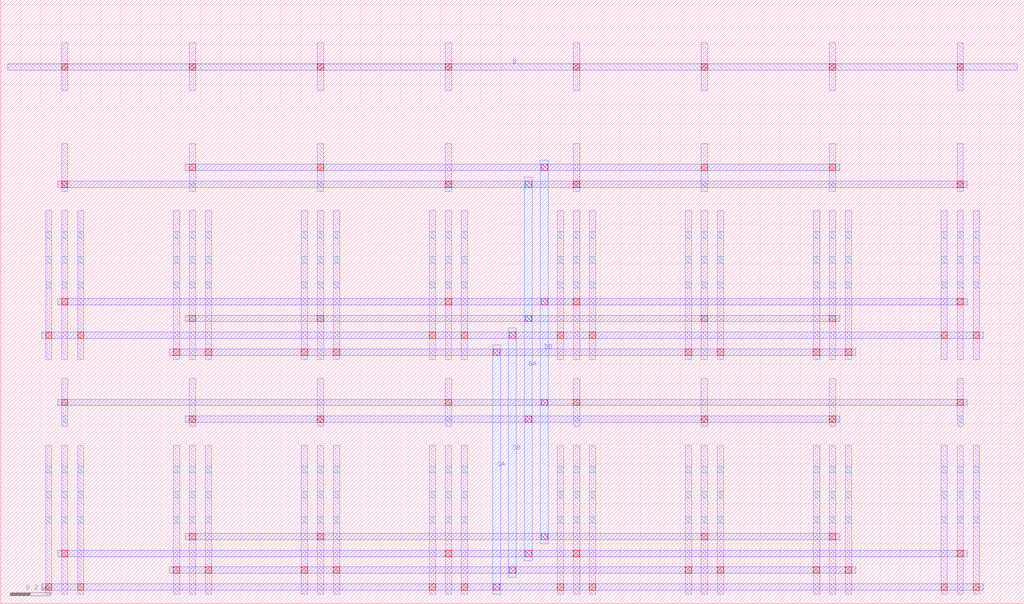
<source format=lef>
MACRO DP_NMOS_n12_X8_Y2
  ORIGIN 0 0 ;
  FOREIGN DP_NMOS_n12_X8_Y2 0 0 ;
  SIZE 3.0400 BY 3.0240 ;
  PIN S
    DIRECTION INOUT ;
    USE SIGNAL ;
    PORT
      LAYER M3 ;
        RECT 1.1800 0.0480 1.2200 1.2960 ;
    END
  END S
  PIN DA
    DIRECTION INOUT ;
    USE SIGNAL ;
    PORT
      LAYER M3 ;
        RECT 1.2600 0.1320 1.3000 1.3800 ;
    END
  END DA
  PIN DB
    DIRECTION INOUT ;
    USE SIGNAL ;
    PORT
      LAYER M3 ;
        RECT 1.3400 0.2160 1.3800 1.4640 ;
    END
  END DB
  PIN GA
    DIRECTION INOUT ;
    USE SIGNAL ;
    PORT
      LAYER M3 ;
        RECT 1.4200 0.8880 1.4600 2.1360 ;
    END
  END GA
  PIN GB
    DIRECTION INOUT ;
    USE SIGNAL ;
    PORT
      LAYER M3 ;
        RECT 1.5000 0.9720 1.5400 2.2200 ;
    END
  END GB
  PIN B
    DIRECTION INOUT ;
    USE SIGNAL ;
    PORT
      LAYER M2 ;
        RECT 0.0360 2.6720 3.0040 2.7040 ;
    END
  END B
  OBS
    LAYER M1 ;
      RECT 0.3040 0.0480 0.3360 0.7920 ;
    LAYER M1 ;
      RECT 0.3040 0.8880 0.3360 1.1280 ;
    LAYER M1 ;
      RECT 0.3040 1.2240 0.3360 1.9680 ;
    LAYER M1 ;
      RECT 0.3040 2.0640 0.3360 2.3040 ;
    LAYER M1 ;
      RECT 0.3040 2.5680 0.3360 2.8080 ;
    LAYER M1 ;
      RECT 0.2240 0.0480 0.2560 0.7920 ;
    LAYER M1 ;
      RECT 0.2240 1.2240 0.2560 1.9680 ;
    LAYER M1 ;
      RECT 0.3840 0.0480 0.4160 0.7920 ;
    LAYER M1 ;
      RECT 0.3840 1.2240 0.4160 1.9680 ;
    LAYER M1 ;
      RECT 0.4640 0.0480 0.4960 0.7920 ;
    LAYER M1 ;
      RECT 0.4640 0.8880 0.4960 1.1280 ;
    LAYER M1 ;
      RECT 0.4640 1.2240 0.4960 1.9680 ;
    LAYER M1 ;
      RECT 0.4640 2.0640 0.4960 2.3040 ;
    LAYER M1 ;
      RECT 0.4640 2.5680 0.4960 2.8080 ;
    LAYER M1 ;
      RECT 0.5440 0.0480 0.5760 0.7920 ;
    LAYER M1 ;
      RECT 0.5440 1.2240 0.5760 1.9680 ;
    LAYER M1 ;
      RECT 0.6240 0.0480 0.6560 0.7920 ;
    LAYER M1 ;
      RECT 0.6240 0.8880 0.6560 1.1280 ;
    LAYER M1 ;
      RECT 0.6240 1.2240 0.6560 1.9680 ;
    LAYER M1 ;
      RECT 0.6240 2.0640 0.6560 2.3040 ;
    LAYER M1 ;
      RECT 0.6240 2.5680 0.6560 2.8080 ;
    LAYER M1 ;
      RECT 0.7040 0.0480 0.7360 0.7920 ;
    LAYER M1 ;
      RECT 0.7040 1.2240 0.7360 1.9680 ;
    LAYER M1 ;
      RECT 0.7840 0.0480 0.8160 0.7920 ;
    LAYER M1 ;
      RECT 0.7840 0.8880 0.8160 1.1280 ;
    LAYER M1 ;
      RECT 0.7840 1.2240 0.8160 1.9680 ;
    LAYER M1 ;
      RECT 0.7840 2.0640 0.8160 2.3040 ;
    LAYER M1 ;
      RECT 0.7840 2.5680 0.8160 2.8080 ;
    LAYER M1 ;
      RECT 0.8640 0.0480 0.8960 0.7920 ;
    LAYER M1 ;
      RECT 0.8640 1.2240 0.8960 1.9680 ;
    LAYER M1 ;
      RECT 0.9440 0.0480 0.9760 0.7920 ;
    LAYER M1 ;
      RECT 0.9440 0.8880 0.9760 1.1280 ;
    LAYER M1 ;
      RECT 0.9440 1.2240 0.9760 1.9680 ;
    LAYER M1 ;
      RECT 0.9440 2.0640 0.9760 2.3040 ;
    LAYER M1 ;
      RECT 0.9440 2.5680 0.9760 2.8080 ;
    LAYER M1 ;
      RECT 1.0240 0.0480 1.0560 0.7920 ;
    LAYER M1 ;
      RECT 1.0240 1.2240 1.0560 1.9680 ;
    LAYER M1 ;
      RECT 1.1040 0.0480 1.1360 0.7920 ;
    LAYER M1 ;
      RECT 1.1040 0.8880 1.1360 1.1280 ;
    LAYER M1 ;
      RECT 1.1040 1.2240 1.1360 1.9680 ;
    LAYER M1 ;
      RECT 1.1040 2.0640 1.1360 2.3040 ;
    LAYER M1 ;
      RECT 1.1040 2.5680 1.1360 2.8080 ;
    LAYER M1 ;
      RECT 1.1840 0.0480 1.2160 0.7920 ;
    LAYER M1 ;
      RECT 1.1840 1.2240 1.2160 1.9680 ;
    LAYER M1 ;
      RECT 1.2640 0.0480 1.2960 0.7920 ;
    LAYER M1 ;
      RECT 1.2640 0.8880 1.2960 1.1280 ;
    LAYER M1 ;
      RECT 1.2640 1.2240 1.2960 1.9680 ;
    LAYER M1 ;
      RECT 1.2640 2.0640 1.2960 2.3040 ;
    LAYER M1 ;
      RECT 1.2640 2.5680 1.2960 2.8080 ;
    LAYER M1 ;
      RECT 1.3440 0.0480 1.3760 0.7920 ;
    LAYER M1 ;
      RECT 1.3440 1.2240 1.3760 1.9680 ;
    LAYER M1 ;
      RECT 1.4240 0.0480 1.4560 0.7920 ;
    LAYER M1 ;
      RECT 1.4240 0.8880 1.4560 1.1280 ;
    LAYER M1 ;
      RECT 1.4240 1.2240 1.4560 1.9680 ;
    LAYER M1 ;
      RECT 1.4240 2.0640 1.4560 2.3040 ;
    LAYER M1 ;
      RECT 1.4240 2.5680 1.4560 2.8080 ;
    LAYER M1 ;
      RECT 1.5040 0.0480 1.5360 0.7920 ;
    LAYER M1 ;
      RECT 1.5040 1.2240 1.5360 1.9680 ;
    LAYER M1 ;
      RECT 1.5840 0.0480 1.6160 0.7920 ;
    LAYER M1 ;
      RECT 1.5840 0.8880 1.6160 1.1280 ;
    LAYER M1 ;
      RECT 1.5840 1.2240 1.6160 1.9680 ;
    LAYER M1 ;
      RECT 1.5840 2.0640 1.6160 2.3040 ;
    LAYER M1 ;
      RECT 1.5840 2.5680 1.6160 2.8080 ;
    LAYER M1 ;
      RECT 1.6640 0.0480 1.6960 0.7920 ;
    LAYER M1 ;
      RECT 1.6640 1.2240 1.6960 1.9680 ;
    LAYER M1 ;
      RECT 1.7440 0.0480 1.7760 0.7920 ;
    LAYER M1 ;
      RECT 1.7440 0.8880 1.7760 1.1280 ;
    LAYER M1 ;
      RECT 1.7440 1.2240 1.7760 1.9680 ;
    LAYER M1 ;
      RECT 1.7440 2.0640 1.7760 2.3040 ;
    LAYER M1 ;
      RECT 1.7440 2.5680 1.7760 2.8080 ;
    LAYER M1 ;
      RECT 1.8240 0.0480 1.8560 0.7920 ;
    LAYER M1 ;
      RECT 1.8240 1.2240 1.8560 1.9680 ;
    LAYER M1 ;
      RECT 1.9040 0.0480 1.9360 0.7920 ;
    LAYER M1 ;
      RECT 1.9040 0.8880 1.9360 1.1280 ;
    LAYER M1 ;
      RECT 1.9040 1.2240 1.9360 1.9680 ;
    LAYER M1 ;
      RECT 1.9040 2.0640 1.9360 2.3040 ;
    LAYER M1 ;
      RECT 1.9040 2.5680 1.9360 2.8080 ;
    LAYER M1 ;
      RECT 1.9840 0.0480 2.0160 0.7920 ;
    LAYER M1 ;
      RECT 1.9840 1.2240 2.0160 1.9680 ;
    LAYER M1 ;
      RECT 2.0640 0.0480 2.0960 0.7920 ;
    LAYER M1 ;
      RECT 2.0640 0.8880 2.0960 1.1280 ;
    LAYER M1 ;
      RECT 2.0640 1.2240 2.0960 1.9680 ;
    LAYER M1 ;
      RECT 2.0640 2.0640 2.0960 2.3040 ;
    LAYER M1 ;
      RECT 2.0640 2.5680 2.0960 2.8080 ;
    LAYER M1 ;
      RECT 2.1440 0.0480 2.1760 0.7920 ;
    LAYER M1 ;
      RECT 2.1440 1.2240 2.1760 1.9680 ;
    LAYER M1 ;
      RECT 2.2240 0.0480 2.2560 0.7920 ;
    LAYER M1 ;
      RECT 2.2240 0.8880 2.2560 1.1280 ;
    LAYER M1 ;
      RECT 2.2240 1.2240 2.2560 1.9680 ;
    LAYER M1 ;
      RECT 2.2240 2.0640 2.2560 2.3040 ;
    LAYER M1 ;
      RECT 2.2240 2.5680 2.2560 2.8080 ;
    LAYER M1 ;
      RECT 2.3040 0.0480 2.3360 0.7920 ;
    LAYER M1 ;
      RECT 2.3040 1.2240 2.3360 1.9680 ;
    LAYER M1 ;
      RECT 2.3840 0.0480 2.4160 0.7920 ;
    LAYER M1 ;
      RECT 2.3840 0.8880 2.4160 1.1280 ;
    LAYER M1 ;
      RECT 2.3840 1.2240 2.4160 1.9680 ;
    LAYER M1 ;
      RECT 2.3840 2.0640 2.4160 2.3040 ;
    LAYER M1 ;
      RECT 2.3840 2.5680 2.4160 2.8080 ;
    LAYER M1 ;
      RECT 2.4640 0.0480 2.4960 0.7920 ;
    LAYER M1 ;
      RECT 2.4640 1.2240 2.4960 1.9680 ;
    LAYER M1 ;
      RECT 2.5440 0.0480 2.5760 0.7920 ;
    LAYER M1 ;
      RECT 2.5440 0.8880 2.5760 1.1280 ;
    LAYER M1 ;
      RECT 2.5440 1.2240 2.5760 1.9680 ;
    LAYER M1 ;
      RECT 2.5440 2.0640 2.5760 2.3040 ;
    LAYER M1 ;
      RECT 2.5440 2.5680 2.5760 2.8080 ;
    LAYER M1 ;
      RECT 2.6240 0.0480 2.6560 0.7920 ;
    LAYER M1 ;
      RECT 2.6240 1.2240 2.6560 1.9680 ;
    LAYER M1 ;
      RECT 2.7040 0.0480 2.7360 0.7920 ;
    LAYER M1 ;
      RECT 2.7040 0.8880 2.7360 1.1280 ;
    LAYER M1 ;
      RECT 2.7040 1.2240 2.7360 1.9680 ;
    LAYER M1 ;
      RECT 2.7040 2.0640 2.7360 2.3040 ;
    LAYER M1 ;
      RECT 2.7040 2.5680 2.7360 2.8080 ;
    LAYER M1 ;
      RECT 2.7840 0.0480 2.8160 0.7920 ;
    LAYER M1 ;
      RECT 2.7840 1.2240 2.8160 1.9680 ;
    LAYER M2 ;
      RECT 0.2040 0.0680 2.8360 0.1000 ;
    LAYER M2 ;
      RECT 0.2840 0.1520 2.7560 0.1840 ;
    LAYER M2 ;
      RECT 0.4440 0.2360 2.5960 0.2680 ;
    LAYER M2 ;
      RECT 0.2840 0.9080 2.7560 0.9400 ;
    LAYER M2 ;
      RECT 0.4440 0.9920 2.5960 1.0240 ;
    LAYER M2 ;
      RECT 0.2040 1.2440 2.8360 1.2760 ;
    LAYER M2 ;
      RECT 0.4440 1.3280 2.5960 1.3600 ;
    LAYER M2 ;
      RECT 0.2840 1.4120 2.7560 1.4440 ;
    LAYER M2 ;
      RECT 0.4440 2.0840 2.5960 2.1160 ;
    LAYER M2 ;
      RECT 0.2840 2.1680 2.7560 2.2000 ;
    LAYER V1 ;
      RECT 0.3040 0.1520 0.3360 0.1840 ;
    LAYER V1 ;
      RECT 0.3040 0.9080 0.3360 0.9400 ;
    LAYER V1 ;
      RECT 0.3040 1.4120 0.3360 1.4440 ;
    LAYER V1 ;
      RECT 0.3040 2.1680 0.3360 2.2000 ;
    LAYER V1 ;
      RECT 0.3040 2.6720 0.3360 2.7040 ;
    LAYER V1 ;
      RECT 0.4640 0.2360 0.4960 0.2680 ;
    LAYER V1 ;
      RECT 0.4640 0.9920 0.4960 1.0240 ;
    LAYER V1 ;
      RECT 0.4640 1.3280 0.4960 1.3600 ;
    LAYER V1 ;
      RECT 0.4640 2.0840 0.4960 2.1160 ;
    LAYER V1 ;
      RECT 0.4640 2.6720 0.4960 2.7040 ;
    LAYER V1 ;
      RECT 0.6240 0.2360 0.6560 0.2680 ;
    LAYER V1 ;
      RECT 0.6240 0.9920 0.6560 1.0240 ;
    LAYER V1 ;
      RECT 0.6240 1.3280 0.6560 1.3600 ;
    LAYER V1 ;
      RECT 0.6240 2.0840 0.6560 2.1160 ;
    LAYER V1 ;
      RECT 0.6240 2.6720 0.6560 2.7040 ;
    LAYER V1 ;
      RECT 0.7840 0.1520 0.8160 0.1840 ;
    LAYER V1 ;
      RECT 0.7840 0.9080 0.8160 0.9400 ;
    LAYER V1 ;
      RECT 0.7840 1.4120 0.8160 1.4440 ;
    LAYER V1 ;
      RECT 0.7840 2.1680 0.8160 2.2000 ;
    LAYER V1 ;
      RECT 0.7840 2.6720 0.8160 2.7040 ;
    LAYER V1 ;
      RECT 0.9440 0.1520 0.9760 0.1840 ;
    LAYER V1 ;
      RECT 0.9440 0.9080 0.9760 0.9400 ;
    LAYER V1 ;
      RECT 0.9440 1.4120 0.9760 1.4440 ;
    LAYER V1 ;
      RECT 0.9440 2.1680 0.9760 2.2000 ;
    LAYER V1 ;
      RECT 0.9440 2.6720 0.9760 2.7040 ;
    LAYER V1 ;
      RECT 1.1040 0.2360 1.1360 0.2680 ;
    LAYER V1 ;
      RECT 1.1040 0.9920 1.1360 1.0240 ;
    LAYER V1 ;
      RECT 1.1040 1.3280 1.1360 1.3600 ;
    LAYER V1 ;
      RECT 1.1040 2.0840 1.1360 2.1160 ;
    LAYER V1 ;
      RECT 1.1040 2.6720 1.1360 2.7040 ;
    LAYER V1 ;
      RECT 1.2640 0.2360 1.2960 0.2680 ;
    LAYER V1 ;
      RECT 1.2640 0.9920 1.2960 1.0240 ;
    LAYER V1 ;
      RECT 1.2640 1.3280 1.2960 1.3600 ;
    LAYER V1 ;
      RECT 1.2640 2.0840 1.2960 2.1160 ;
    LAYER V1 ;
      RECT 1.2640 2.6720 1.2960 2.7040 ;
    LAYER V1 ;
      RECT 1.4240 0.1520 1.4560 0.1840 ;
    LAYER V1 ;
      RECT 1.4240 0.9080 1.4560 0.9400 ;
    LAYER V1 ;
      RECT 1.4240 1.4120 1.4560 1.4440 ;
    LAYER V1 ;
      RECT 1.4240 2.1680 1.4560 2.2000 ;
    LAYER V1 ;
      RECT 1.4240 2.6720 1.4560 2.7040 ;
    LAYER V1 ;
      RECT 1.5840 0.1520 1.6160 0.1840 ;
    LAYER V1 ;
      RECT 1.5840 0.9080 1.6160 0.9400 ;
    LAYER V1 ;
      RECT 1.5840 1.4120 1.6160 1.4440 ;
    LAYER V1 ;
      RECT 1.5840 2.1680 1.6160 2.2000 ;
    LAYER V1 ;
      RECT 1.5840 2.6720 1.6160 2.7040 ;
    LAYER V1 ;
      RECT 1.7440 0.2360 1.7760 0.2680 ;
    LAYER V1 ;
      RECT 1.7440 0.9920 1.7760 1.0240 ;
    LAYER V1 ;
      RECT 1.7440 1.3280 1.7760 1.3600 ;
    LAYER V1 ;
      RECT 1.7440 2.0840 1.7760 2.1160 ;
    LAYER V1 ;
      RECT 1.7440 2.6720 1.7760 2.7040 ;
    LAYER V1 ;
      RECT 1.9040 0.2360 1.9360 0.2680 ;
    LAYER V1 ;
      RECT 1.9040 0.9920 1.9360 1.0240 ;
    LAYER V1 ;
      RECT 1.9040 1.3280 1.9360 1.3600 ;
    LAYER V1 ;
      RECT 1.9040 2.0840 1.9360 2.1160 ;
    LAYER V1 ;
      RECT 1.9040 2.6720 1.9360 2.7040 ;
    LAYER V1 ;
      RECT 2.0640 0.1520 2.0960 0.1840 ;
    LAYER V1 ;
      RECT 2.0640 0.9080 2.0960 0.9400 ;
    LAYER V1 ;
      RECT 2.0640 1.4120 2.0960 1.4440 ;
    LAYER V1 ;
      RECT 2.0640 2.1680 2.0960 2.2000 ;
    LAYER V1 ;
      RECT 2.0640 2.6720 2.0960 2.7040 ;
    LAYER V1 ;
      RECT 2.2240 0.1520 2.2560 0.1840 ;
    LAYER V1 ;
      RECT 2.2240 0.9080 2.2560 0.9400 ;
    LAYER V1 ;
      RECT 2.2240 1.4120 2.2560 1.4440 ;
    LAYER V1 ;
      RECT 2.2240 2.1680 2.2560 2.2000 ;
    LAYER V1 ;
      RECT 2.2240 2.6720 2.2560 2.7040 ;
    LAYER V1 ;
      RECT 2.3840 0.2360 2.4160 0.2680 ;
    LAYER V1 ;
      RECT 2.3840 0.9920 2.4160 1.0240 ;
    LAYER V1 ;
      RECT 2.3840 1.3280 2.4160 1.3600 ;
    LAYER V1 ;
      RECT 2.3840 2.0840 2.4160 2.1160 ;
    LAYER V1 ;
      RECT 2.3840 2.6720 2.4160 2.7040 ;
    LAYER V1 ;
      RECT 2.5440 0.2360 2.5760 0.2680 ;
    LAYER V1 ;
      RECT 2.5440 0.9920 2.5760 1.0240 ;
    LAYER V1 ;
      RECT 2.5440 1.3280 2.5760 1.3600 ;
    LAYER V1 ;
      RECT 2.5440 2.0840 2.5760 2.1160 ;
    LAYER V1 ;
      RECT 2.5440 2.6720 2.5760 2.7040 ;
    LAYER V1 ;
      RECT 2.7040 0.1520 2.7360 0.1840 ;
    LAYER V1 ;
      RECT 2.7040 0.9080 2.7360 0.9400 ;
    LAYER V1 ;
      RECT 2.7040 1.4120 2.7360 1.4440 ;
    LAYER V1 ;
      RECT 2.7040 2.1680 2.7360 2.2000 ;
    LAYER V1 ;
      RECT 2.7040 2.6720 2.7360 2.7040 ;
    LAYER V1 ;
      RECT 2.6240 0.0680 2.6560 0.1000 ;
    LAYER V1 ;
      RECT 2.6240 1.2440 2.6560 1.2760 ;
    LAYER V1 ;
      RECT 0.2240 0.0680 0.2560 0.1000 ;
    LAYER V1 ;
      RECT 0.2240 1.2440 0.2560 1.2760 ;
    LAYER V1 ;
      RECT 2.7840 0.0680 2.8160 0.1000 ;
    LAYER V1 ;
      RECT 2.7840 1.2440 2.8160 1.2760 ;
    LAYER V1 ;
      RECT 0.3840 0.0680 0.4160 0.1000 ;
    LAYER V1 ;
      RECT 0.3840 1.2440 0.4160 1.2760 ;
    LAYER V1 ;
      RECT 0.5440 0.0680 0.5760 0.1000 ;
    LAYER V1 ;
      RECT 0.5440 1.2440 0.5760 1.2760 ;
    LAYER V1 ;
      RECT 0.7040 0.0680 0.7360 0.1000 ;
    LAYER V1 ;
      RECT 0.7040 1.2440 0.7360 1.2760 ;
    LAYER V1 ;
      RECT 0.8640 0.0680 0.8960 0.1000 ;
    LAYER V1 ;
      RECT 0.8640 1.2440 0.8960 1.2760 ;
    LAYER V1 ;
      RECT 1.0240 0.0680 1.0560 0.1000 ;
    LAYER V1 ;
      RECT 1.0240 1.2440 1.0560 1.2760 ;
    LAYER V1 ;
      RECT 1.1840 0.0680 1.2160 0.1000 ;
    LAYER V1 ;
      RECT 1.1840 1.2440 1.2160 1.2760 ;
    LAYER V1 ;
      RECT 1.3440 0.0680 1.3760 0.1000 ;
    LAYER V1 ;
      RECT 1.3440 1.2440 1.3760 1.2760 ;
    LAYER V1 ;
      RECT 1.5040 0.0680 1.5360 0.1000 ;
    LAYER V1 ;
      RECT 1.5040 1.2440 1.5360 1.2760 ;
    LAYER V1 ;
      RECT 1.6640 0.0680 1.6960 0.1000 ;
    LAYER V1 ;
      RECT 1.6640 1.2440 1.6960 1.2760 ;
    LAYER V1 ;
      RECT 1.8240 0.0680 1.8560 0.1000 ;
    LAYER V1 ;
      RECT 1.8240 1.2440 1.8560 1.2760 ;
    LAYER V1 ;
      RECT 1.9840 0.0680 2.0160 0.1000 ;
    LAYER V1 ;
      RECT 1.9840 1.2440 2.0160 1.2760 ;
    LAYER V1 ;
      RECT 2.1440 0.0680 2.1760 0.1000 ;
    LAYER V1 ;
      RECT 2.1440 1.2440 2.1760 1.2760 ;
    LAYER V1 ;
      RECT 2.3040 0.0680 2.3360 0.1000 ;
    LAYER V1 ;
      RECT 2.3040 1.2440 2.3360 1.2760 ;
    LAYER V1 ;
      RECT 2.4640 0.0680 2.4960 0.1000 ;
    LAYER V1 ;
      RECT 2.4640 1.2440 2.4960 1.2760 ;
    LAYER V2 ;
      RECT 1.1840 0.0680 1.2160 0.1000 ;
    LAYER V2 ;
      RECT 1.1840 1.2440 1.2160 1.2760 ;
    LAYER V2 ;
      RECT 1.2640 0.1520 1.2960 0.1840 ;
    LAYER V2 ;
      RECT 1.2640 1.3280 1.2960 1.3600 ;
    LAYER V2 ;
      RECT 1.3440 0.2360 1.3760 0.2680 ;
    LAYER V2 ;
      RECT 1.3440 1.4120 1.3760 1.4440 ;
    LAYER V2 ;
      RECT 1.4240 0.9080 1.4560 0.9400 ;
    LAYER V2 ;
      RECT 1.4240 2.0840 1.4560 2.1160 ;
    LAYER V2 ;
      RECT 1.5040 0.9920 1.5360 1.0240 ;
    LAYER V2 ;
      RECT 1.5040 2.1680 1.5360 2.2000 ;
    LAYER V0 ;
      RECT 0.3040 0.4040 0.3360 0.4360 ;
    LAYER V0 ;
      RECT 0.3040 0.5300 0.3360 0.5620 ;
    LAYER V0 ;
      RECT 0.3040 0.6560 0.3360 0.6880 ;
    LAYER V0 ;
      RECT 0.3040 0.9080 0.3360 0.9400 ;
    LAYER V0 ;
      RECT 0.3040 1.5800 0.3360 1.6120 ;
    LAYER V0 ;
      RECT 0.3040 1.7060 0.3360 1.7380 ;
    LAYER V0 ;
      RECT 0.3040 1.8320 0.3360 1.8640 ;
    LAYER V0 ;
      RECT 0.3040 2.0840 0.3360 2.1160 ;
    LAYER V0 ;
      RECT 0.3040 2.6720 0.3360 2.7040 ;
    LAYER V0 ;
      RECT 0.3040 2.6720 0.3360 2.7040 ;
    LAYER V0 ;
      RECT 0.2240 0.4040 0.2560 0.4360 ;
    LAYER V0 ;
      RECT 0.2240 0.5300 0.2560 0.5620 ;
    LAYER V0 ;
      RECT 0.2240 0.6560 0.2560 0.6880 ;
    LAYER V0 ;
      RECT 0.2240 1.5800 0.2560 1.6120 ;
    LAYER V0 ;
      RECT 0.2240 1.7060 0.2560 1.7380 ;
    LAYER V0 ;
      RECT 0.2240 1.8320 0.2560 1.8640 ;
    LAYER V0 ;
      RECT 0.3840 0.4040 0.4160 0.4360 ;
    LAYER V0 ;
      RECT 0.3840 0.4040 0.4160 0.4360 ;
    LAYER V0 ;
      RECT 0.3840 0.5300 0.4160 0.5620 ;
    LAYER V0 ;
      RECT 0.3840 0.5300 0.4160 0.5620 ;
    LAYER V0 ;
      RECT 0.3840 0.6560 0.4160 0.6880 ;
    LAYER V0 ;
      RECT 0.3840 0.6560 0.4160 0.6880 ;
    LAYER V0 ;
      RECT 0.3840 1.5800 0.4160 1.6120 ;
    LAYER V0 ;
      RECT 0.3840 1.5800 0.4160 1.6120 ;
    LAYER V0 ;
      RECT 0.3840 1.7060 0.4160 1.7380 ;
    LAYER V0 ;
      RECT 0.3840 1.7060 0.4160 1.7380 ;
    LAYER V0 ;
      RECT 0.3840 1.8320 0.4160 1.8640 ;
    LAYER V0 ;
      RECT 0.3840 1.8320 0.4160 1.8640 ;
    LAYER V0 ;
      RECT 0.4640 0.4040 0.4960 0.4360 ;
    LAYER V0 ;
      RECT 0.4640 0.5300 0.4960 0.5620 ;
    LAYER V0 ;
      RECT 0.4640 0.6560 0.4960 0.6880 ;
    LAYER V0 ;
      RECT 0.4640 0.9080 0.4960 0.9400 ;
    LAYER V0 ;
      RECT 0.4640 1.5800 0.4960 1.6120 ;
    LAYER V0 ;
      RECT 0.4640 1.7060 0.4960 1.7380 ;
    LAYER V0 ;
      RECT 0.4640 1.8320 0.4960 1.8640 ;
    LAYER V0 ;
      RECT 0.4640 2.0840 0.4960 2.1160 ;
    LAYER V0 ;
      RECT 0.4640 2.6720 0.4960 2.7040 ;
    LAYER V0 ;
      RECT 0.4640 2.6720 0.4960 2.7040 ;
    LAYER V0 ;
      RECT 0.5440 0.4040 0.5760 0.4360 ;
    LAYER V0 ;
      RECT 0.5440 0.4040 0.5760 0.4360 ;
    LAYER V0 ;
      RECT 0.5440 0.5300 0.5760 0.5620 ;
    LAYER V0 ;
      RECT 0.5440 0.5300 0.5760 0.5620 ;
    LAYER V0 ;
      RECT 0.5440 0.6560 0.5760 0.6880 ;
    LAYER V0 ;
      RECT 0.5440 0.6560 0.5760 0.6880 ;
    LAYER V0 ;
      RECT 0.5440 1.5800 0.5760 1.6120 ;
    LAYER V0 ;
      RECT 0.5440 1.5800 0.5760 1.6120 ;
    LAYER V0 ;
      RECT 0.5440 1.7060 0.5760 1.7380 ;
    LAYER V0 ;
      RECT 0.5440 1.7060 0.5760 1.7380 ;
    LAYER V0 ;
      RECT 0.5440 1.8320 0.5760 1.8640 ;
    LAYER V0 ;
      RECT 0.5440 1.8320 0.5760 1.8640 ;
    LAYER V0 ;
      RECT 0.6240 0.4040 0.6560 0.4360 ;
    LAYER V0 ;
      RECT 0.6240 0.5300 0.6560 0.5620 ;
    LAYER V0 ;
      RECT 0.6240 0.6560 0.6560 0.6880 ;
    LAYER V0 ;
      RECT 0.6240 0.9080 0.6560 0.9400 ;
    LAYER V0 ;
      RECT 0.6240 1.5800 0.6560 1.6120 ;
    LAYER V0 ;
      RECT 0.6240 1.7060 0.6560 1.7380 ;
    LAYER V0 ;
      RECT 0.6240 1.8320 0.6560 1.8640 ;
    LAYER V0 ;
      RECT 0.6240 2.0840 0.6560 2.1160 ;
    LAYER V0 ;
      RECT 0.6240 2.6720 0.6560 2.7040 ;
    LAYER V0 ;
      RECT 0.6240 2.6720 0.6560 2.7040 ;
    LAYER V0 ;
      RECT 0.7040 0.4040 0.7360 0.4360 ;
    LAYER V0 ;
      RECT 0.7040 0.4040 0.7360 0.4360 ;
    LAYER V0 ;
      RECT 0.7040 0.5300 0.7360 0.5620 ;
    LAYER V0 ;
      RECT 0.7040 0.5300 0.7360 0.5620 ;
    LAYER V0 ;
      RECT 0.7040 0.6560 0.7360 0.6880 ;
    LAYER V0 ;
      RECT 0.7040 0.6560 0.7360 0.6880 ;
    LAYER V0 ;
      RECT 0.7040 1.5800 0.7360 1.6120 ;
    LAYER V0 ;
      RECT 0.7040 1.5800 0.7360 1.6120 ;
    LAYER V0 ;
      RECT 0.7040 1.7060 0.7360 1.7380 ;
    LAYER V0 ;
      RECT 0.7040 1.7060 0.7360 1.7380 ;
    LAYER V0 ;
      RECT 0.7040 1.8320 0.7360 1.8640 ;
    LAYER V0 ;
      RECT 0.7040 1.8320 0.7360 1.8640 ;
    LAYER V0 ;
      RECT 0.7840 0.4040 0.8160 0.4360 ;
    LAYER V0 ;
      RECT 0.7840 0.5300 0.8160 0.5620 ;
    LAYER V0 ;
      RECT 0.7840 0.6560 0.8160 0.6880 ;
    LAYER V0 ;
      RECT 0.7840 0.9080 0.8160 0.9400 ;
    LAYER V0 ;
      RECT 0.7840 1.5800 0.8160 1.6120 ;
    LAYER V0 ;
      RECT 0.7840 1.7060 0.8160 1.7380 ;
    LAYER V0 ;
      RECT 0.7840 1.8320 0.8160 1.8640 ;
    LAYER V0 ;
      RECT 0.7840 2.0840 0.8160 2.1160 ;
    LAYER V0 ;
      RECT 0.7840 2.6720 0.8160 2.7040 ;
    LAYER V0 ;
      RECT 0.7840 2.6720 0.8160 2.7040 ;
    LAYER V0 ;
      RECT 0.8640 0.4040 0.8960 0.4360 ;
    LAYER V0 ;
      RECT 0.8640 0.4040 0.8960 0.4360 ;
    LAYER V0 ;
      RECT 0.8640 0.5300 0.8960 0.5620 ;
    LAYER V0 ;
      RECT 0.8640 0.5300 0.8960 0.5620 ;
    LAYER V0 ;
      RECT 0.8640 0.6560 0.8960 0.6880 ;
    LAYER V0 ;
      RECT 0.8640 0.6560 0.8960 0.6880 ;
    LAYER V0 ;
      RECT 0.8640 1.5800 0.8960 1.6120 ;
    LAYER V0 ;
      RECT 0.8640 1.5800 0.8960 1.6120 ;
    LAYER V0 ;
      RECT 0.8640 1.7060 0.8960 1.7380 ;
    LAYER V0 ;
      RECT 0.8640 1.7060 0.8960 1.7380 ;
    LAYER V0 ;
      RECT 0.8640 1.8320 0.8960 1.8640 ;
    LAYER V0 ;
      RECT 0.8640 1.8320 0.8960 1.8640 ;
    LAYER V0 ;
      RECT 0.9440 0.4040 0.9760 0.4360 ;
    LAYER V0 ;
      RECT 0.9440 0.5300 0.9760 0.5620 ;
    LAYER V0 ;
      RECT 0.9440 0.6560 0.9760 0.6880 ;
    LAYER V0 ;
      RECT 0.9440 0.9080 0.9760 0.9400 ;
    LAYER V0 ;
      RECT 0.9440 1.5800 0.9760 1.6120 ;
    LAYER V0 ;
      RECT 0.9440 1.7060 0.9760 1.7380 ;
    LAYER V0 ;
      RECT 0.9440 1.8320 0.9760 1.8640 ;
    LAYER V0 ;
      RECT 0.9440 2.0840 0.9760 2.1160 ;
    LAYER V0 ;
      RECT 0.9440 2.6720 0.9760 2.7040 ;
    LAYER V0 ;
      RECT 0.9440 2.6720 0.9760 2.7040 ;
    LAYER V0 ;
      RECT 1.0240 0.4040 1.0560 0.4360 ;
    LAYER V0 ;
      RECT 1.0240 0.4040 1.0560 0.4360 ;
    LAYER V0 ;
      RECT 1.0240 0.5300 1.0560 0.5620 ;
    LAYER V0 ;
      RECT 1.0240 0.5300 1.0560 0.5620 ;
    LAYER V0 ;
      RECT 1.0240 0.6560 1.0560 0.6880 ;
    LAYER V0 ;
      RECT 1.0240 0.6560 1.0560 0.6880 ;
    LAYER V0 ;
      RECT 1.0240 1.5800 1.0560 1.6120 ;
    LAYER V0 ;
      RECT 1.0240 1.5800 1.0560 1.6120 ;
    LAYER V0 ;
      RECT 1.0240 1.7060 1.0560 1.7380 ;
    LAYER V0 ;
      RECT 1.0240 1.7060 1.0560 1.7380 ;
    LAYER V0 ;
      RECT 1.0240 1.8320 1.0560 1.8640 ;
    LAYER V0 ;
      RECT 1.0240 1.8320 1.0560 1.8640 ;
    LAYER V0 ;
      RECT 1.1040 0.4040 1.1360 0.4360 ;
    LAYER V0 ;
      RECT 1.1040 0.5300 1.1360 0.5620 ;
    LAYER V0 ;
      RECT 1.1040 0.6560 1.1360 0.6880 ;
    LAYER V0 ;
      RECT 1.1040 0.9080 1.1360 0.9400 ;
    LAYER V0 ;
      RECT 1.1040 1.5800 1.1360 1.6120 ;
    LAYER V0 ;
      RECT 1.1040 1.7060 1.1360 1.7380 ;
    LAYER V0 ;
      RECT 1.1040 1.8320 1.1360 1.8640 ;
    LAYER V0 ;
      RECT 1.1040 2.0840 1.1360 2.1160 ;
    LAYER V0 ;
      RECT 1.1040 2.6720 1.1360 2.7040 ;
    LAYER V0 ;
      RECT 1.1040 2.6720 1.1360 2.7040 ;
    LAYER V0 ;
      RECT 1.1840 0.4040 1.2160 0.4360 ;
    LAYER V0 ;
      RECT 1.1840 0.4040 1.2160 0.4360 ;
    LAYER V0 ;
      RECT 1.1840 0.5300 1.2160 0.5620 ;
    LAYER V0 ;
      RECT 1.1840 0.5300 1.2160 0.5620 ;
    LAYER V0 ;
      RECT 1.1840 0.6560 1.2160 0.6880 ;
    LAYER V0 ;
      RECT 1.1840 0.6560 1.2160 0.6880 ;
    LAYER V0 ;
      RECT 1.1840 1.5800 1.2160 1.6120 ;
    LAYER V0 ;
      RECT 1.1840 1.5800 1.2160 1.6120 ;
    LAYER V0 ;
      RECT 1.1840 1.7060 1.2160 1.7380 ;
    LAYER V0 ;
      RECT 1.1840 1.7060 1.2160 1.7380 ;
    LAYER V0 ;
      RECT 1.1840 1.8320 1.2160 1.8640 ;
    LAYER V0 ;
      RECT 1.1840 1.8320 1.2160 1.8640 ;
    LAYER V0 ;
      RECT 1.2640 0.4040 1.2960 0.4360 ;
    LAYER V0 ;
      RECT 1.2640 0.5300 1.2960 0.5620 ;
    LAYER V0 ;
      RECT 1.2640 0.6560 1.2960 0.6880 ;
    LAYER V0 ;
      RECT 1.2640 0.9080 1.2960 0.9400 ;
    LAYER V0 ;
      RECT 1.2640 1.5800 1.2960 1.6120 ;
    LAYER V0 ;
      RECT 1.2640 1.7060 1.2960 1.7380 ;
    LAYER V0 ;
      RECT 1.2640 1.8320 1.2960 1.8640 ;
    LAYER V0 ;
      RECT 1.2640 2.0840 1.2960 2.1160 ;
    LAYER V0 ;
      RECT 1.2640 2.6720 1.2960 2.7040 ;
    LAYER V0 ;
      RECT 1.2640 2.6720 1.2960 2.7040 ;
    LAYER V0 ;
      RECT 1.3440 0.4040 1.3760 0.4360 ;
    LAYER V0 ;
      RECT 1.3440 0.4040 1.3760 0.4360 ;
    LAYER V0 ;
      RECT 1.3440 0.5300 1.3760 0.5620 ;
    LAYER V0 ;
      RECT 1.3440 0.5300 1.3760 0.5620 ;
    LAYER V0 ;
      RECT 1.3440 0.6560 1.3760 0.6880 ;
    LAYER V0 ;
      RECT 1.3440 0.6560 1.3760 0.6880 ;
    LAYER V0 ;
      RECT 1.3440 1.5800 1.3760 1.6120 ;
    LAYER V0 ;
      RECT 1.3440 1.5800 1.3760 1.6120 ;
    LAYER V0 ;
      RECT 1.3440 1.7060 1.3760 1.7380 ;
    LAYER V0 ;
      RECT 1.3440 1.7060 1.3760 1.7380 ;
    LAYER V0 ;
      RECT 1.3440 1.8320 1.3760 1.8640 ;
    LAYER V0 ;
      RECT 1.3440 1.8320 1.3760 1.8640 ;
    LAYER V0 ;
      RECT 1.4240 0.4040 1.4560 0.4360 ;
    LAYER V0 ;
      RECT 1.4240 0.5300 1.4560 0.5620 ;
    LAYER V0 ;
      RECT 1.4240 0.6560 1.4560 0.6880 ;
    LAYER V0 ;
      RECT 1.4240 0.9080 1.4560 0.9400 ;
    LAYER V0 ;
      RECT 1.4240 1.5800 1.4560 1.6120 ;
    LAYER V0 ;
      RECT 1.4240 1.7060 1.4560 1.7380 ;
    LAYER V0 ;
      RECT 1.4240 1.8320 1.4560 1.8640 ;
    LAYER V0 ;
      RECT 1.4240 2.0840 1.4560 2.1160 ;
    LAYER V0 ;
      RECT 1.4240 2.6720 1.4560 2.7040 ;
    LAYER V0 ;
      RECT 1.4240 2.6720 1.4560 2.7040 ;
    LAYER V0 ;
      RECT 1.5040 0.4040 1.5360 0.4360 ;
    LAYER V0 ;
      RECT 1.5040 0.4040 1.5360 0.4360 ;
    LAYER V0 ;
      RECT 1.5040 0.5300 1.5360 0.5620 ;
    LAYER V0 ;
      RECT 1.5040 0.5300 1.5360 0.5620 ;
    LAYER V0 ;
      RECT 1.5040 0.6560 1.5360 0.6880 ;
    LAYER V0 ;
      RECT 1.5040 0.6560 1.5360 0.6880 ;
    LAYER V0 ;
      RECT 1.5040 1.5800 1.5360 1.6120 ;
    LAYER V0 ;
      RECT 1.5040 1.5800 1.5360 1.6120 ;
    LAYER V0 ;
      RECT 1.5040 1.7060 1.5360 1.7380 ;
    LAYER V0 ;
      RECT 1.5040 1.7060 1.5360 1.7380 ;
    LAYER V0 ;
      RECT 1.5040 1.8320 1.5360 1.8640 ;
    LAYER V0 ;
      RECT 1.5040 1.8320 1.5360 1.8640 ;
    LAYER V0 ;
      RECT 1.5840 0.4040 1.6160 0.4360 ;
    LAYER V0 ;
      RECT 1.5840 0.5300 1.6160 0.5620 ;
    LAYER V0 ;
      RECT 1.5840 0.6560 1.6160 0.6880 ;
    LAYER V0 ;
      RECT 1.5840 0.9080 1.6160 0.9400 ;
    LAYER V0 ;
      RECT 1.5840 1.5800 1.6160 1.6120 ;
    LAYER V0 ;
      RECT 1.5840 1.7060 1.6160 1.7380 ;
    LAYER V0 ;
      RECT 1.5840 1.8320 1.6160 1.8640 ;
    LAYER V0 ;
      RECT 1.5840 2.0840 1.6160 2.1160 ;
    LAYER V0 ;
      RECT 1.5840 2.6720 1.6160 2.7040 ;
    LAYER V0 ;
      RECT 1.5840 2.6720 1.6160 2.7040 ;
    LAYER V0 ;
      RECT 1.6640 0.4040 1.6960 0.4360 ;
    LAYER V0 ;
      RECT 1.6640 0.4040 1.6960 0.4360 ;
    LAYER V0 ;
      RECT 1.6640 0.5300 1.6960 0.5620 ;
    LAYER V0 ;
      RECT 1.6640 0.5300 1.6960 0.5620 ;
    LAYER V0 ;
      RECT 1.6640 0.6560 1.6960 0.6880 ;
    LAYER V0 ;
      RECT 1.6640 0.6560 1.6960 0.6880 ;
    LAYER V0 ;
      RECT 1.6640 1.5800 1.6960 1.6120 ;
    LAYER V0 ;
      RECT 1.6640 1.5800 1.6960 1.6120 ;
    LAYER V0 ;
      RECT 1.6640 1.7060 1.6960 1.7380 ;
    LAYER V0 ;
      RECT 1.6640 1.7060 1.6960 1.7380 ;
    LAYER V0 ;
      RECT 1.6640 1.8320 1.6960 1.8640 ;
    LAYER V0 ;
      RECT 1.6640 1.8320 1.6960 1.8640 ;
    LAYER V0 ;
      RECT 1.7440 0.4040 1.7760 0.4360 ;
    LAYER V0 ;
      RECT 1.7440 0.5300 1.7760 0.5620 ;
    LAYER V0 ;
      RECT 1.7440 0.6560 1.7760 0.6880 ;
    LAYER V0 ;
      RECT 1.7440 0.9080 1.7760 0.9400 ;
    LAYER V0 ;
      RECT 1.7440 1.5800 1.7760 1.6120 ;
    LAYER V0 ;
      RECT 1.7440 1.7060 1.7760 1.7380 ;
    LAYER V0 ;
      RECT 1.7440 1.8320 1.7760 1.8640 ;
    LAYER V0 ;
      RECT 1.7440 2.0840 1.7760 2.1160 ;
    LAYER V0 ;
      RECT 1.7440 2.6720 1.7760 2.7040 ;
    LAYER V0 ;
      RECT 1.7440 2.6720 1.7760 2.7040 ;
    LAYER V0 ;
      RECT 1.8240 0.4040 1.8560 0.4360 ;
    LAYER V0 ;
      RECT 1.8240 0.4040 1.8560 0.4360 ;
    LAYER V0 ;
      RECT 1.8240 0.5300 1.8560 0.5620 ;
    LAYER V0 ;
      RECT 1.8240 0.5300 1.8560 0.5620 ;
    LAYER V0 ;
      RECT 1.8240 0.6560 1.8560 0.6880 ;
    LAYER V0 ;
      RECT 1.8240 0.6560 1.8560 0.6880 ;
    LAYER V0 ;
      RECT 1.8240 1.5800 1.8560 1.6120 ;
    LAYER V0 ;
      RECT 1.8240 1.5800 1.8560 1.6120 ;
    LAYER V0 ;
      RECT 1.8240 1.7060 1.8560 1.7380 ;
    LAYER V0 ;
      RECT 1.8240 1.7060 1.8560 1.7380 ;
    LAYER V0 ;
      RECT 1.8240 1.8320 1.8560 1.8640 ;
    LAYER V0 ;
      RECT 1.8240 1.8320 1.8560 1.8640 ;
    LAYER V0 ;
      RECT 1.9040 0.4040 1.9360 0.4360 ;
    LAYER V0 ;
      RECT 1.9040 0.5300 1.9360 0.5620 ;
    LAYER V0 ;
      RECT 1.9040 0.6560 1.9360 0.6880 ;
    LAYER V0 ;
      RECT 1.9040 0.9080 1.9360 0.9400 ;
    LAYER V0 ;
      RECT 1.9040 1.5800 1.9360 1.6120 ;
    LAYER V0 ;
      RECT 1.9040 1.7060 1.9360 1.7380 ;
    LAYER V0 ;
      RECT 1.9040 1.8320 1.9360 1.8640 ;
    LAYER V0 ;
      RECT 1.9040 2.0840 1.9360 2.1160 ;
    LAYER V0 ;
      RECT 1.9040 2.6720 1.9360 2.7040 ;
    LAYER V0 ;
      RECT 1.9040 2.6720 1.9360 2.7040 ;
    LAYER V0 ;
      RECT 1.9840 0.4040 2.0160 0.4360 ;
    LAYER V0 ;
      RECT 1.9840 0.4040 2.0160 0.4360 ;
    LAYER V0 ;
      RECT 1.9840 0.5300 2.0160 0.5620 ;
    LAYER V0 ;
      RECT 1.9840 0.5300 2.0160 0.5620 ;
    LAYER V0 ;
      RECT 1.9840 0.6560 2.0160 0.6880 ;
    LAYER V0 ;
      RECT 1.9840 0.6560 2.0160 0.6880 ;
    LAYER V0 ;
      RECT 1.9840 1.5800 2.0160 1.6120 ;
    LAYER V0 ;
      RECT 1.9840 1.5800 2.0160 1.6120 ;
    LAYER V0 ;
      RECT 1.9840 1.7060 2.0160 1.7380 ;
    LAYER V0 ;
      RECT 1.9840 1.7060 2.0160 1.7380 ;
    LAYER V0 ;
      RECT 1.9840 1.8320 2.0160 1.8640 ;
    LAYER V0 ;
      RECT 1.9840 1.8320 2.0160 1.8640 ;
    LAYER V0 ;
      RECT 2.0640 0.4040 2.0960 0.4360 ;
    LAYER V0 ;
      RECT 2.0640 0.5300 2.0960 0.5620 ;
    LAYER V0 ;
      RECT 2.0640 0.6560 2.0960 0.6880 ;
    LAYER V0 ;
      RECT 2.0640 0.9080 2.0960 0.9400 ;
    LAYER V0 ;
      RECT 2.0640 1.5800 2.0960 1.6120 ;
    LAYER V0 ;
      RECT 2.0640 1.7060 2.0960 1.7380 ;
    LAYER V0 ;
      RECT 2.0640 1.8320 2.0960 1.8640 ;
    LAYER V0 ;
      RECT 2.0640 2.0840 2.0960 2.1160 ;
    LAYER V0 ;
      RECT 2.0640 2.6720 2.0960 2.7040 ;
    LAYER V0 ;
      RECT 2.0640 2.6720 2.0960 2.7040 ;
    LAYER V0 ;
      RECT 2.1440 0.4040 2.1760 0.4360 ;
    LAYER V0 ;
      RECT 2.1440 0.4040 2.1760 0.4360 ;
    LAYER V0 ;
      RECT 2.1440 0.5300 2.1760 0.5620 ;
    LAYER V0 ;
      RECT 2.1440 0.5300 2.1760 0.5620 ;
    LAYER V0 ;
      RECT 2.1440 0.6560 2.1760 0.6880 ;
    LAYER V0 ;
      RECT 2.1440 0.6560 2.1760 0.6880 ;
    LAYER V0 ;
      RECT 2.1440 1.5800 2.1760 1.6120 ;
    LAYER V0 ;
      RECT 2.1440 1.5800 2.1760 1.6120 ;
    LAYER V0 ;
      RECT 2.1440 1.7060 2.1760 1.7380 ;
    LAYER V0 ;
      RECT 2.1440 1.7060 2.1760 1.7380 ;
    LAYER V0 ;
      RECT 2.1440 1.8320 2.1760 1.8640 ;
    LAYER V0 ;
      RECT 2.1440 1.8320 2.1760 1.8640 ;
    LAYER V0 ;
      RECT 2.2240 0.4040 2.2560 0.4360 ;
    LAYER V0 ;
      RECT 2.2240 0.5300 2.2560 0.5620 ;
    LAYER V0 ;
      RECT 2.2240 0.6560 2.2560 0.6880 ;
    LAYER V0 ;
      RECT 2.2240 0.9080 2.2560 0.9400 ;
    LAYER V0 ;
      RECT 2.2240 1.5800 2.2560 1.6120 ;
    LAYER V0 ;
      RECT 2.2240 1.7060 2.2560 1.7380 ;
    LAYER V0 ;
      RECT 2.2240 1.8320 2.2560 1.8640 ;
    LAYER V0 ;
      RECT 2.2240 2.0840 2.2560 2.1160 ;
    LAYER V0 ;
      RECT 2.2240 2.6720 2.2560 2.7040 ;
    LAYER V0 ;
      RECT 2.2240 2.6720 2.2560 2.7040 ;
    LAYER V0 ;
      RECT 2.3040 0.4040 2.3360 0.4360 ;
    LAYER V0 ;
      RECT 2.3040 0.4040 2.3360 0.4360 ;
    LAYER V0 ;
      RECT 2.3040 0.5300 2.3360 0.5620 ;
    LAYER V0 ;
      RECT 2.3040 0.5300 2.3360 0.5620 ;
    LAYER V0 ;
      RECT 2.3040 0.6560 2.3360 0.6880 ;
    LAYER V0 ;
      RECT 2.3040 0.6560 2.3360 0.6880 ;
    LAYER V0 ;
      RECT 2.3040 1.5800 2.3360 1.6120 ;
    LAYER V0 ;
      RECT 2.3040 1.5800 2.3360 1.6120 ;
    LAYER V0 ;
      RECT 2.3040 1.7060 2.3360 1.7380 ;
    LAYER V0 ;
      RECT 2.3040 1.7060 2.3360 1.7380 ;
    LAYER V0 ;
      RECT 2.3040 1.8320 2.3360 1.8640 ;
    LAYER V0 ;
      RECT 2.3040 1.8320 2.3360 1.8640 ;
    LAYER V0 ;
      RECT 2.3840 0.4040 2.4160 0.4360 ;
    LAYER V0 ;
      RECT 2.3840 0.5300 2.4160 0.5620 ;
    LAYER V0 ;
      RECT 2.3840 0.6560 2.4160 0.6880 ;
    LAYER V0 ;
      RECT 2.3840 0.9080 2.4160 0.9400 ;
    LAYER V0 ;
      RECT 2.3840 1.5800 2.4160 1.6120 ;
    LAYER V0 ;
      RECT 2.3840 1.7060 2.4160 1.7380 ;
    LAYER V0 ;
      RECT 2.3840 1.8320 2.4160 1.8640 ;
    LAYER V0 ;
      RECT 2.3840 2.0840 2.4160 2.1160 ;
    LAYER V0 ;
      RECT 2.3840 2.6720 2.4160 2.7040 ;
    LAYER V0 ;
      RECT 2.3840 2.6720 2.4160 2.7040 ;
    LAYER V0 ;
      RECT 2.4640 0.4040 2.4960 0.4360 ;
    LAYER V0 ;
      RECT 2.4640 0.4040 2.4960 0.4360 ;
    LAYER V0 ;
      RECT 2.4640 0.5300 2.4960 0.5620 ;
    LAYER V0 ;
      RECT 2.4640 0.5300 2.4960 0.5620 ;
    LAYER V0 ;
      RECT 2.4640 0.6560 2.4960 0.6880 ;
    LAYER V0 ;
      RECT 2.4640 0.6560 2.4960 0.6880 ;
    LAYER V0 ;
      RECT 2.4640 1.5800 2.4960 1.6120 ;
    LAYER V0 ;
      RECT 2.4640 1.5800 2.4960 1.6120 ;
    LAYER V0 ;
      RECT 2.4640 1.7060 2.4960 1.7380 ;
    LAYER V0 ;
      RECT 2.4640 1.7060 2.4960 1.7380 ;
    LAYER V0 ;
      RECT 2.4640 1.8320 2.4960 1.8640 ;
    LAYER V0 ;
      RECT 2.4640 1.8320 2.4960 1.8640 ;
    LAYER V0 ;
      RECT 2.5440 0.4040 2.5760 0.4360 ;
    LAYER V0 ;
      RECT 2.5440 0.5300 2.5760 0.5620 ;
    LAYER V0 ;
      RECT 2.5440 0.6560 2.5760 0.6880 ;
    LAYER V0 ;
      RECT 2.5440 0.9080 2.5760 0.9400 ;
    LAYER V0 ;
      RECT 2.5440 1.5800 2.5760 1.6120 ;
    LAYER V0 ;
      RECT 2.5440 1.7060 2.5760 1.7380 ;
    LAYER V0 ;
      RECT 2.5440 1.8320 2.5760 1.8640 ;
    LAYER V0 ;
      RECT 2.5440 2.0840 2.5760 2.1160 ;
    LAYER V0 ;
      RECT 2.5440 2.6720 2.5760 2.7040 ;
    LAYER V0 ;
      RECT 2.5440 2.6720 2.5760 2.7040 ;
    LAYER V0 ;
      RECT 2.6240 0.4040 2.6560 0.4360 ;
    LAYER V0 ;
      RECT 2.6240 0.4040 2.6560 0.4360 ;
    LAYER V0 ;
      RECT 2.6240 0.5300 2.6560 0.5620 ;
    LAYER V0 ;
      RECT 2.6240 0.5300 2.6560 0.5620 ;
    LAYER V0 ;
      RECT 2.6240 0.6560 2.6560 0.6880 ;
    LAYER V0 ;
      RECT 2.6240 0.6560 2.6560 0.6880 ;
    LAYER V0 ;
      RECT 2.6240 1.5800 2.6560 1.6120 ;
    LAYER V0 ;
      RECT 2.6240 1.5800 2.6560 1.6120 ;
    LAYER V0 ;
      RECT 2.6240 1.7060 2.6560 1.7380 ;
    LAYER V0 ;
      RECT 2.6240 1.7060 2.6560 1.7380 ;
    LAYER V0 ;
      RECT 2.6240 1.8320 2.6560 1.8640 ;
    LAYER V0 ;
      RECT 2.6240 1.8320 2.6560 1.8640 ;
    LAYER V0 ;
      RECT 2.7040 0.4040 2.7360 0.4360 ;
    LAYER V0 ;
      RECT 2.7040 0.5300 2.7360 0.5620 ;
    LAYER V0 ;
      RECT 2.7040 0.6560 2.7360 0.6880 ;
    LAYER V0 ;
      RECT 2.7040 0.9080 2.7360 0.9400 ;
    LAYER V0 ;
      RECT 2.7040 1.5800 2.7360 1.6120 ;
    LAYER V0 ;
      RECT 2.7040 1.7060 2.7360 1.7380 ;
    LAYER V0 ;
      RECT 2.7040 1.8320 2.7360 1.8640 ;
    LAYER V0 ;
      RECT 2.7040 2.0840 2.7360 2.1160 ;
    LAYER V0 ;
      RECT 2.7040 2.6720 2.7360 2.7040 ;
    LAYER V0 ;
      RECT 2.7040 2.6720 2.7360 2.7040 ;
    LAYER V0 ;
      RECT 2.7840 0.4040 2.8160 0.4360 ;
    LAYER V0 ;
      RECT 2.7840 0.5300 2.8160 0.5620 ;
    LAYER V0 ;
      RECT 2.7840 0.6560 2.8160 0.6880 ;
    LAYER V0 ;
      RECT 2.7840 1.5800 2.8160 1.6120 ;
    LAYER V0 ;
      RECT 2.7840 1.7060 2.8160 1.7380 ;
    LAYER V0 ;
      RECT 2.7840 1.8320 2.8160 1.8640 ;
  END
END DP_NMOS_n12_X8_Y2
MACRO CCP_PMOS_S_n12_X4_Y1
  ORIGIN 0 0 ;
  FOREIGN CCP_PMOS_S_n12_X4_Y1 0 0 ;
  SIZE 5.1200 BY 1.8480 ;
  PIN S
    DIRECTION INOUT ;
    USE SIGNAL ;
    PORT
      LAYER M2 ;
        RECT 0.2040 0.0680 4.9160 0.1000 ;
    END
  END S
  PIN DA
    DIRECTION INOUT ;
    USE SIGNAL ;
    PORT
      LAYER M3 ;
        RECT 2.5400 0.1320 2.5800 0.9600 ;
    END
  END DA
  PIN DB
    DIRECTION INOUT ;
    USE SIGNAL ;
    PORT
      LAYER M3 ;
        RECT 2.6200 0.2160 2.6600 1.0440 ;
    END
  END DB
  PIN B
    DIRECTION INOUT ;
    USE SIGNAL ;
    PORT
      LAYER M2 ;
        RECT 0.0360 1.4960 5.0840 1.5280 ;
    END
  END B
  OBS
    LAYER M1 ;
      RECT 0.3040 0.0480 0.3360 0.7920 ;
    LAYER M1 ;
      RECT 0.3040 0.8880 0.3360 1.1280 ;
    LAYER M1 ;
      RECT 0.3040 1.3920 0.3360 1.6320 ;
    LAYER M1 ;
      RECT 0.2240 0.0480 0.2560 0.7920 ;
    LAYER M1 ;
      RECT 0.3840 0.0480 0.4160 0.7920 ;
    LAYER M1 ;
      RECT 0.9440 0.0480 0.9760 0.7920 ;
    LAYER M1 ;
      RECT 0.9440 0.8880 0.9760 1.1280 ;
    LAYER M1 ;
      RECT 0.9440 1.3920 0.9760 1.6320 ;
    LAYER M1 ;
      RECT 0.8640 0.0480 0.8960 0.7920 ;
    LAYER M1 ;
      RECT 1.0240 0.0480 1.0560 0.7920 ;
    LAYER M1 ;
      RECT 1.5840 0.0480 1.6160 0.7920 ;
    LAYER M1 ;
      RECT 1.5840 0.8880 1.6160 1.1280 ;
    LAYER M1 ;
      RECT 1.5840 1.3920 1.6160 1.6320 ;
    LAYER M1 ;
      RECT 1.5040 0.0480 1.5360 0.7920 ;
    LAYER M1 ;
      RECT 1.6640 0.0480 1.6960 0.7920 ;
    LAYER M1 ;
      RECT 2.2240 0.0480 2.2560 0.7920 ;
    LAYER M1 ;
      RECT 2.2240 0.8880 2.2560 1.1280 ;
    LAYER M1 ;
      RECT 2.2240 1.3920 2.2560 1.6320 ;
    LAYER M1 ;
      RECT 2.1440 0.0480 2.1760 0.7920 ;
    LAYER M1 ;
      RECT 2.3040 0.0480 2.3360 0.7920 ;
    LAYER M1 ;
      RECT 2.8640 0.0480 2.8960 0.7920 ;
    LAYER M1 ;
      RECT 2.8640 0.8880 2.8960 1.1280 ;
    LAYER M1 ;
      RECT 2.8640 1.3920 2.8960 1.6320 ;
    LAYER M1 ;
      RECT 2.7840 0.0480 2.8160 0.7920 ;
    LAYER M1 ;
      RECT 2.9440 0.0480 2.9760 0.7920 ;
    LAYER M1 ;
      RECT 3.5040 0.0480 3.5360 0.7920 ;
    LAYER M1 ;
      RECT 3.5040 0.8880 3.5360 1.1280 ;
    LAYER M1 ;
      RECT 3.5040 1.3920 3.5360 1.6320 ;
    LAYER M1 ;
      RECT 3.4240 0.0480 3.4560 0.7920 ;
    LAYER M1 ;
      RECT 3.5840 0.0480 3.6160 0.7920 ;
    LAYER M1 ;
      RECT 4.1440 0.0480 4.1760 0.7920 ;
    LAYER M1 ;
      RECT 4.1440 0.8880 4.1760 1.1280 ;
    LAYER M1 ;
      RECT 4.1440 1.3920 4.1760 1.6320 ;
    LAYER M1 ;
      RECT 4.0640 0.0480 4.0960 0.7920 ;
    LAYER M1 ;
      RECT 4.2240 0.0480 4.2560 0.7920 ;
    LAYER M1 ;
      RECT 4.7840 0.0480 4.8160 0.7920 ;
    LAYER M1 ;
      RECT 4.7840 0.8880 4.8160 1.1280 ;
    LAYER M1 ;
      RECT 4.7840 1.3920 4.8160 1.6320 ;
    LAYER M1 ;
      RECT 4.7040 0.0480 4.7360 0.7920 ;
    LAYER M1 ;
      RECT 4.8640 0.0480 4.8960 0.7920 ;
    LAYER M2 ;
      RECT 0.9240 0.9080 4.1960 0.9400 ;
    LAYER M2 ;
      RECT 0.2840 0.1520 4.8360 0.1840 ;
    LAYER M2 ;
      RECT 0.2840 0.9920 4.8360 1.0240 ;
    LAYER M2 ;
      RECT 0.9240 0.2360 4.1960 0.2680 ;
    LAYER V1 ;
      RECT 0.3040 0.1520 0.3360 0.1840 ;
    LAYER V1 ;
      RECT 0.3040 0.9920 0.3360 1.0240 ;
    LAYER V1 ;
      RECT 0.3040 1.4960 0.3360 1.5280 ;
    LAYER V1 ;
      RECT 0.9440 0.2360 0.9760 0.2680 ;
    LAYER V1 ;
      RECT 0.9440 0.9080 0.9760 0.9400 ;
    LAYER V1 ;
      RECT 0.9440 1.4960 0.9760 1.5280 ;
    LAYER V1 ;
      RECT 1.5840 0.2360 1.6160 0.2680 ;
    LAYER V1 ;
      RECT 1.5840 0.9080 1.6160 0.9400 ;
    LAYER V1 ;
      RECT 1.5840 1.4960 1.6160 1.5280 ;
    LAYER V1 ;
      RECT 2.2240 0.1520 2.2560 0.1840 ;
    LAYER V1 ;
      RECT 2.2240 0.9920 2.2560 1.0240 ;
    LAYER V1 ;
      RECT 2.2240 1.4960 2.2560 1.5280 ;
    LAYER V1 ;
      RECT 2.8640 0.1520 2.8960 0.1840 ;
    LAYER V1 ;
      RECT 2.8640 0.9920 2.8960 1.0240 ;
    LAYER V1 ;
      RECT 2.8640 1.4960 2.8960 1.5280 ;
    LAYER V1 ;
      RECT 3.5040 0.2360 3.5360 0.2680 ;
    LAYER V1 ;
      RECT 3.5040 0.9080 3.5360 0.9400 ;
    LAYER V1 ;
      RECT 3.5040 1.4960 3.5360 1.5280 ;
    LAYER V1 ;
      RECT 4.1440 0.2360 4.1760 0.2680 ;
    LAYER V1 ;
      RECT 4.1440 0.9080 4.1760 0.9400 ;
    LAYER V1 ;
      RECT 4.1440 1.4960 4.1760 1.5280 ;
    LAYER V1 ;
      RECT 4.7840 0.1520 4.8160 0.1840 ;
    LAYER V1 ;
      RECT 4.7840 0.9920 4.8160 1.0240 ;
    LAYER V1 ;
      RECT 4.7840 1.4960 4.8160 1.5280 ;
    LAYER V1 ;
      RECT 0.2240 0.0680 0.2560 0.1000 ;
    LAYER V1 ;
      RECT 2.7840 0.0680 2.8160 0.1000 ;
    LAYER V1 ;
      RECT 2.9440 0.0680 2.9760 0.1000 ;
    LAYER V1 ;
      RECT 0.3840 0.0680 0.4160 0.1000 ;
    LAYER V1 ;
      RECT 2.1440 0.0680 2.1760 0.1000 ;
    LAYER V1 ;
      RECT 0.8640 0.0680 0.8960 0.1000 ;
    LAYER V1 ;
      RECT 3.4240 0.0680 3.4560 0.1000 ;
    LAYER V1 ;
      RECT 3.5840 0.0680 3.6160 0.1000 ;
    LAYER V1 ;
      RECT 1.0240 0.0680 1.0560 0.1000 ;
    LAYER V1 ;
      RECT 4.0640 0.0680 4.0960 0.1000 ;
    LAYER V1 ;
      RECT 4.8640 0.0680 4.8960 0.1000 ;
    LAYER V1 ;
      RECT 1.6640 0.0680 1.6960 0.1000 ;
    LAYER V1 ;
      RECT 4.2240 0.0680 4.2560 0.1000 ;
    LAYER V1 ;
      RECT 1.5040 0.0680 1.5360 0.1000 ;
    LAYER V1 ;
      RECT 4.7040 0.0680 4.7360 0.1000 ;
    LAYER V1 ;
      RECT 2.3040 0.0680 2.3360 0.1000 ;
    LAYER V2 ;
      RECT 2.5440 0.1520 2.5760 0.1840 ;
    LAYER V2 ;
      RECT 2.5440 0.9080 2.5760 0.9400 ;
    LAYER V2 ;
      RECT 2.6240 0.2360 2.6560 0.2680 ;
    LAYER V2 ;
      RECT 2.6240 0.9920 2.6560 1.0240 ;
    LAYER V0 ;
      RECT 0.3040 0.4040 0.3360 0.4360 ;
    LAYER V0 ;
      RECT 0.3040 0.5300 0.3360 0.5620 ;
    LAYER V0 ;
      RECT 0.3040 0.6560 0.3360 0.6880 ;
    LAYER V0 ;
      RECT 0.3040 0.9080 0.3360 0.9400 ;
    LAYER V0 ;
      RECT 0.3040 1.4960 0.3360 1.5280 ;
    LAYER V0 ;
      RECT 0.2240 0.4040 0.2560 0.4360 ;
    LAYER V0 ;
      RECT 0.2240 0.5300 0.2560 0.5620 ;
    LAYER V0 ;
      RECT 0.2240 0.6560 0.2560 0.6880 ;
    LAYER V0 ;
      RECT 0.3840 0.4040 0.4160 0.4360 ;
    LAYER V0 ;
      RECT 0.3840 0.5300 0.4160 0.5620 ;
    LAYER V0 ;
      RECT 0.3840 0.6560 0.4160 0.6880 ;
    LAYER V0 ;
      RECT 0.9440 0.4040 0.9760 0.4360 ;
    LAYER V0 ;
      RECT 0.9440 0.5300 0.9760 0.5620 ;
    LAYER V0 ;
      RECT 0.9440 0.6560 0.9760 0.6880 ;
    LAYER V0 ;
      RECT 0.9440 0.9080 0.9760 0.9400 ;
    LAYER V0 ;
      RECT 0.9440 1.4960 0.9760 1.5280 ;
    LAYER V0 ;
      RECT 0.8640 0.4040 0.8960 0.4360 ;
    LAYER V0 ;
      RECT 0.8640 0.5300 0.8960 0.5620 ;
    LAYER V0 ;
      RECT 0.8640 0.6560 0.8960 0.6880 ;
    LAYER V0 ;
      RECT 1.0240 0.4040 1.0560 0.4360 ;
    LAYER V0 ;
      RECT 1.0240 0.5300 1.0560 0.5620 ;
    LAYER V0 ;
      RECT 1.0240 0.6560 1.0560 0.6880 ;
    LAYER V0 ;
      RECT 1.5840 0.4040 1.6160 0.4360 ;
    LAYER V0 ;
      RECT 1.5840 0.5300 1.6160 0.5620 ;
    LAYER V0 ;
      RECT 1.5840 0.6560 1.6160 0.6880 ;
    LAYER V0 ;
      RECT 1.5840 0.9080 1.6160 0.9400 ;
    LAYER V0 ;
      RECT 1.5840 1.4960 1.6160 1.5280 ;
    LAYER V0 ;
      RECT 1.5040 0.4040 1.5360 0.4360 ;
    LAYER V0 ;
      RECT 1.5040 0.5300 1.5360 0.5620 ;
    LAYER V0 ;
      RECT 1.5040 0.6560 1.5360 0.6880 ;
    LAYER V0 ;
      RECT 1.6640 0.4040 1.6960 0.4360 ;
    LAYER V0 ;
      RECT 1.6640 0.5300 1.6960 0.5620 ;
    LAYER V0 ;
      RECT 1.6640 0.6560 1.6960 0.6880 ;
    LAYER V0 ;
      RECT 2.2240 0.4040 2.2560 0.4360 ;
    LAYER V0 ;
      RECT 2.2240 0.5300 2.2560 0.5620 ;
    LAYER V0 ;
      RECT 2.2240 0.6560 2.2560 0.6880 ;
    LAYER V0 ;
      RECT 2.2240 0.9080 2.2560 0.9400 ;
    LAYER V0 ;
      RECT 2.2240 1.4960 2.2560 1.5280 ;
    LAYER V0 ;
      RECT 2.1440 0.4040 2.1760 0.4360 ;
    LAYER V0 ;
      RECT 2.1440 0.5300 2.1760 0.5620 ;
    LAYER V0 ;
      RECT 2.1440 0.6560 2.1760 0.6880 ;
    LAYER V0 ;
      RECT 2.3040 0.4040 2.3360 0.4360 ;
    LAYER V0 ;
      RECT 2.3040 0.5300 2.3360 0.5620 ;
    LAYER V0 ;
      RECT 2.3040 0.6560 2.3360 0.6880 ;
    LAYER V0 ;
      RECT 2.8640 0.4040 2.8960 0.4360 ;
    LAYER V0 ;
      RECT 2.8640 0.5300 2.8960 0.5620 ;
    LAYER V0 ;
      RECT 2.8640 0.6560 2.8960 0.6880 ;
    LAYER V0 ;
      RECT 2.8640 0.9080 2.8960 0.9400 ;
    LAYER V0 ;
      RECT 2.8640 1.4960 2.8960 1.5280 ;
    LAYER V0 ;
      RECT 2.7840 0.4040 2.8160 0.4360 ;
    LAYER V0 ;
      RECT 2.7840 0.5300 2.8160 0.5620 ;
    LAYER V0 ;
      RECT 2.7840 0.6560 2.8160 0.6880 ;
    LAYER V0 ;
      RECT 2.9440 0.4040 2.9760 0.4360 ;
    LAYER V0 ;
      RECT 2.9440 0.5300 2.9760 0.5620 ;
    LAYER V0 ;
      RECT 2.9440 0.6560 2.9760 0.6880 ;
    LAYER V0 ;
      RECT 3.5040 0.4040 3.5360 0.4360 ;
    LAYER V0 ;
      RECT 3.5040 0.5300 3.5360 0.5620 ;
    LAYER V0 ;
      RECT 3.5040 0.6560 3.5360 0.6880 ;
    LAYER V0 ;
      RECT 3.5040 0.9080 3.5360 0.9400 ;
    LAYER V0 ;
      RECT 3.5040 1.4960 3.5360 1.5280 ;
    LAYER V0 ;
      RECT 3.4240 0.4040 3.4560 0.4360 ;
    LAYER V0 ;
      RECT 3.4240 0.5300 3.4560 0.5620 ;
    LAYER V0 ;
      RECT 3.4240 0.6560 3.4560 0.6880 ;
    LAYER V0 ;
      RECT 3.5840 0.4040 3.6160 0.4360 ;
    LAYER V0 ;
      RECT 3.5840 0.5300 3.6160 0.5620 ;
    LAYER V0 ;
      RECT 3.5840 0.6560 3.6160 0.6880 ;
    LAYER V0 ;
      RECT 4.1440 0.4040 4.1760 0.4360 ;
    LAYER V0 ;
      RECT 4.1440 0.5300 4.1760 0.5620 ;
    LAYER V0 ;
      RECT 4.1440 0.6560 4.1760 0.6880 ;
    LAYER V0 ;
      RECT 4.1440 0.9080 4.1760 0.9400 ;
    LAYER V0 ;
      RECT 4.1440 1.4960 4.1760 1.5280 ;
    LAYER V0 ;
      RECT 4.0640 0.4040 4.0960 0.4360 ;
    LAYER V0 ;
      RECT 4.0640 0.5300 4.0960 0.5620 ;
    LAYER V0 ;
      RECT 4.0640 0.6560 4.0960 0.6880 ;
    LAYER V0 ;
      RECT 4.2240 0.4040 4.2560 0.4360 ;
    LAYER V0 ;
      RECT 4.2240 0.5300 4.2560 0.5620 ;
    LAYER V0 ;
      RECT 4.2240 0.6560 4.2560 0.6880 ;
    LAYER V0 ;
      RECT 4.7840 0.4040 4.8160 0.4360 ;
    LAYER V0 ;
      RECT 4.7840 0.5300 4.8160 0.5620 ;
    LAYER V0 ;
      RECT 4.7840 0.6560 4.8160 0.6880 ;
    LAYER V0 ;
      RECT 4.7840 0.9080 4.8160 0.9400 ;
    LAYER V0 ;
      RECT 4.7840 1.4960 4.8160 1.5280 ;
    LAYER V0 ;
      RECT 4.7040 0.4040 4.7360 0.4360 ;
    LAYER V0 ;
      RECT 4.7040 0.5300 4.7360 0.5620 ;
    LAYER V0 ;
      RECT 4.7040 0.6560 4.7360 0.6880 ;
    LAYER V0 ;
      RECT 4.8640 0.4040 4.8960 0.4360 ;
    LAYER V0 ;
      RECT 4.8640 0.5300 4.8960 0.5620 ;
    LAYER V0 ;
      RECT 4.8640 0.6560 4.8960 0.6880 ;
  END
END CCP_PMOS_S_n12_X4_Y1
MACRO Switch_NMOS_n12_X4_Y2
  ORIGIN 0 0 ;
  FOREIGN Switch_NMOS_n12_X4_Y2 0 0 ;
  SIZE 1.1200 BY 3.0240 ;
  PIN S
    DIRECTION INOUT ;
    USE SIGNAL ;
    PORT
      LAYER M3 ;
        RECT 0.3000 0.0480 0.3400 1.2960 ;
    END
  END S
  PIN D
    DIRECTION INOUT ;
    USE SIGNAL ;
    PORT
      LAYER M3 ;
        RECT 0.3800 0.1320 0.4200 1.3800 ;
    END
  END D
  PIN G
    DIRECTION INOUT ;
    USE SIGNAL ;
    PORT
      LAYER M3 ;
        RECT 0.4600 0.8880 0.5000 2.1360 ;
    END
  END G
  PIN B
    DIRECTION INOUT ;
    USE SIGNAL ;
    PORT
      LAYER M2 ;
        RECT 0.0360 2.6720 1.0840 2.7040 ;
    END
  END B
  OBS
    LAYER M1 ;
      RECT 0.3040 0.0480 0.3360 0.7920 ;
    LAYER M1 ;
      RECT 0.3040 0.8880 0.3360 1.1280 ;
    LAYER M1 ;
      RECT 0.3040 1.2240 0.3360 1.9680 ;
    LAYER M1 ;
      RECT 0.3040 2.0640 0.3360 2.3040 ;
    LAYER M1 ;
      RECT 0.3040 2.5680 0.3360 2.8080 ;
    LAYER M1 ;
      RECT 0.2240 0.0480 0.2560 0.7920 ;
    LAYER M1 ;
      RECT 0.2240 1.2240 0.2560 1.9680 ;
    LAYER M1 ;
      RECT 0.3840 0.0480 0.4160 0.7920 ;
    LAYER M1 ;
      RECT 0.3840 1.2240 0.4160 1.9680 ;
    LAYER M1 ;
      RECT 0.4640 0.0480 0.4960 0.7920 ;
    LAYER M1 ;
      RECT 0.4640 0.8880 0.4960 1.1280 ;
    LAYER M1 ;
      RECT 0.4640 1.2240 0.4960 1.9680 ;
    LAYER M1 ;
      RECT 0.4640 2.0640 0.4960 2.3040 ;
    LAYER M1 ;
      RECT 0.4640 2.5680 0.4960 2.8080 ;
    LAYER M1 ;
      RECT 0.5440 0.0480 0.5760 0.7920 ;
    LAYER M1 ;
      RECT 0.5440 1.2240 0.5760 1.9680 ;
    LAYER M1 ;
      RECT 0.6240 0.0480 0.6560 0.7920 ;
    LAYER M1 ;
      RECT 0.6240 0.8880 0.6560 1.1280 ;
    LAYER M1 ;
      RECT 0.6240 1.2240 0.6560 1.9680 ;
    LAYER M1 ;
      RECT 0.6240 2.0640 0.6560 2.3040 ;
    LAYER M1 ;
      RECT 0.6240 2.5680 0.6560 2.8080 ;
    LAYER M1 ;
      RECT 0.7040 0.0480 0.7360 0.7920 ;
    LAYER M1 ;
      RECT 0.7040 1.2240 0.7360 1.9680 ;
    LAYER M1 ;
      RECT 0.7840 0.0480 0.8160 0.7920 ;
    LAYER M1 ;
      RECT 0.7840 0.8880 0.8160 1.1280 ;
    LAYER M1 ;
      RECT 0.7840 1.2240 0.8160 1.9680 ;
    LAYER M1 ;
      RECT 0.7840 2.0640 0.8160 2.3040 ;
    LAYER M1 ;
      RECT 0.7840 2.5680 0.8160 2.8080 ;
    LAYER M1 ;
      RECT 0.8640 0.0480 0.8960 0.7920 ;
    LAYER M1 ;
      RECT 0.8640 1.2240 0.8960 1.9680 ;
    LAYER M2 ;
      RECT 0.2040 0.0680 0.9160 0.1000 ;
    LAYER M2 ;
      RECT 0.2840 0.1520 0.8360 0.1840 ;
    LAYER M2 ;
      RECT 0.2840 0.9080 0.8360 0.9400 ;
    LAYER M2 ;
      RECT 0.2040 1.2440 0.9160 1.2760 ;
    LAYER M2 ;
      RECT 0.2840 1.3280 0.8360 1.3600 ;
    LAYER M2 ;
      RECT 0.2840 2.0840 0.8360 2.1160 ;
    LAYER V1 ;
      RECT 0.3040 0.1520 0.3360 0.1840 ;
    LAYER V1 ;
      RECT 0.3040 0.9080 0.3360 0.9400 ;
    LAYER V1 ;
      RECT 0.3040 1.3280 0.3360 1.3600 ;
    LAYER V1 ;
      RECT 0.3040 2.0840 0.3360 2.1160 ;
    LAYER V1 ;
      RECT 0.3040 2.6720 0.3360 2.7040 ;
    LAYER V1 ;
      RECT 0.4640 0.1520 0.4960 0.1840 ;
    LAYER V1 ;
      RECT 0.4640 0.9080 0.4960 0.9400 ;
    LAYER V1 ;
      RECT 0.4640 1.3280 0.4960 1.3600 ;
    LAYER V1 ;
      RECT 0.4640 2.0840 0.4960 2.1160 ;
    LAYER V1 ;
      RECT 0.4640 2.6720 0.4960 2.7040 ;
    LAYER V1 ;
      RECT 0.6240 0.1520 0.6560 0.1840 ;
    LAYER V1 ;
      RECT 0.6240 0.9080 0.6560 0.9400 ;
    LAYER V1 ;
      RECT 0.6240 1.3280 0.6560 1.3600 ;
    LAYER V1 ;
      RECT 0.6240 2.0840 0.6560 2.1160 ;
    LAYER V1 ;
      RECT 0.6240 2.6720 0.6560 2.7040 ;
    LAYER V1 ;
      RECT 0.7840 0.1520 0.8160 0.1840 ;
    LAYER V1 ;
      RECT 0.7840 0.9080 0.8160 0.9400 ;
    LAYER V1 ;
      RECT 0.7840 1.3280 0.8160 1.3600 ;
    LAYER V1 ;
      RECT 0.7840 2.0840 0.8160 2.1160 ;
    LAYER V1 ;
      RECT 0.7840 2.6720 0.8160 2.7040 ;
    LAYER V1 ;
      RECT 0.2240 0.0680 0.2560 0.1000 ;
    LAYER V1 ;
      RECT 0.2240 1.2440 0.2560 1.2760 ;
    LAYER V1 ;
      RECT 0.3840 0.0680 0.4160 0.1000 ;
    LAYER V1 ;
      RECT 0.3840 1.2440 0.4160 1.2760 ;
    LAYER V1 ;
      RECT 0.5440 0.0680 0.5760 0.1000 ;
    LAYER V1 ;
      RECT 0.5440 1.2440 0.5760 1.2760 ;
    LAYER V1 ;
      RECT 0.7040 0.0680 0.7360 0.1000 ;
    LAYER V1 ;
      RECT 0.7040 1.2440 0.7360 1.2760 ;
    LAYER V1 ;
      RECT 0.8640 0.0680 0.8960 0.1000 ;
    LAYER V1 ;
      RECT 0.8640 1.2440 0.8960 1.2760 ;
    LAYER V2 ;
      RECT 0.3040 0.0680 0.3360 0.1000 ;
    LAYER V2 ;
      RECT 0.3040 1.2440 0.3360 1.2760 ;
    LAYER V2 ;
      RECT 0.3840 0.1520 0.4160 0.1840 ;
    LAYER V2 ;
      RECT 0.3840 1.3280 0.4160 1.3600 ;
    LAYER V2 ;
      RECT 0.4640 0.9080 0.4960 0.9400 ;
    LAYER V2 ;
      RECT 0.4640 2.0840 0.4960 2.1160 ;
    LAYER V0 ;
      RECT 0.3040 0.4040 0.3360 0.4360 ;
    LAYER V0 ;
      RECT 0.3040 0.5300 0.3360 0.5620 ;
    LAYER V0 ;
      RECT 0.3040 0.6560 0.3360 0.6880 ;
    LAYER V0 ;
      RECT 0.3040 0.9080 0.3360 0.9400 ;
    LAYER V0 ;
      RECT 0.3040 1.5800 0.3360 1.6120 ;
    LAYER V0 ;
      RECT 0.3040 1.7060 0.3360 1.7380 ;
    LAYER V0 ;
      RECT 0.3040 1.8320 0.3360 1.8640 ;
    LAYER V0 ;
      RECT 0.3040 2.0840 0.3360 2.1160 ;
    LAYER V0 ;
      RECT 0.3040 2.6720 0.3360 2.7040 ;
    LAYER V0 ;
      RECT 0.3040 2.6720 0.3360 2.7040 ;
    LAYER V0 ;
      RECT 0.2240 0.4040 0.2560 0.4360 ;
    LAYER V0 ;
      RECT 0.2240 0.5300 0.2560 0.5620 ;
    LAYER V0 ;
      RECT 0.2240 0.6560 0.2560 0.6880 ;
    LAYER V0 ;
      RECT 0.2240 1.5800 0.2560 1.6120 ;
    LAYER V0 ;
      RECT 0.2240 1.7060 0.2560 1.7380 ;
    LAYER V0 ;
      RECT 0.2240 1.8320 0.2560 1.8640 ;
    LAYER V0 ;
      RECT 0.3840 0.4040 0.4160 0.4360 ;
    LAYER V0 ;
      RECT 0.3840 0.4040 0.4160 0.4360 ;
    LAYER V0 ;
      RECT 0.3840 0.5300 0.4160 0.5620 ;
    LAYER V0 ;
      RECT 0.3840 0.5300 0.4160 0.5620 ;
    LAYER V0 ;
      RECT 0.3840 0.6560 0.4160 0.6880 ;
    LAYER V0 ;
      RECT 0.3840 0.6560 0.4160 0.6880 ;
    LAYER V0 ;
      RECT 0.3840 1.5800 0.4160 1.6120 ;
    LAYER V0 ;
      RECT 0.3840 1.5800 0.4160 1.6120 ;
    LAYER V0 ;
      RECT 0.3840 1.7060 0.4160 1.7380 ;
    LAYER V0 ;
      RECT 0.3840 1.7060 0.4160 1.7380 ;
    LAYER V0 ;
      RECT 0.3840 1.8320 0.4160 1.8640 ;
    LAYER V0 ;
      RECT 0.3840 1.8320 0.4160 1.8640 ;
    LAYER V0 ;
      RECT 0.4640 0.4040 0.4960 0.4360 ;
    LAYER V0 ;
      RECT 0.4640 0.5300 0.4960 0.5620 ;
    LAYER V0 ;
      RECT 0.4640 0.6560 0.4960 0.6880 ;
    LAYER V0 ;
      RECT 0.4640 0.9080 0.4960 0.9400 ;
    LAYER V0 ;
      RECT 0.4640 1.5800 0.4960 1.6120 ;
    LAYER V0 ;
      RECT 0.4640 1.7060 0.4960 1.7380 ;
    LAYER V0 ;
      RECT 0.4640 1.8320 0.4960 1.8640 ;
    LAYER V0 ;
      RECT 0.4640 2.0840 0.4960 2.1160 ;
    LAYER V0 ;
      RECT 0.4640 2.6720 0.4960 2.7040 ;
    LAYER V0 ;
      RECT 0.4640 2.6720 0.4960 2.7040 ;
    LAYER V0 ;
      RECT 0.5440 0.4040 0.5760 0.4360 ;
    LAYER V0 ;
      RECT 0.5440 0.4040 0.5760 0.4360 ;
    LAYER V0 ;
      RECT 0.5440 0.5300 0.5760 0.5620 ;
    LAYER V0 ;
      RECT 0.5440 0.5300 0.5760 0.5620 ;
    LAYER V0 ;
      RECT 0.5440 0.6560 0.5760 0.6880 ;
    LAYER V0 ;
      RECT 0.5440 0.6560 0.5760 0.6880 ;
    LAYER V0 ;
      RECT 0.5440 1.5800 0.5760 1.6120 ;
    LAYER V0 ;
      RECT 0.5440 1.5800 0.5760 1.6120 ;
    LAYER V0 ;
      RECT 0.5440 1.7060 0.5760 1.7380 ;
    LAYER V0 ;
      RECT 0.5440 1.7060 0.5760 1.7380 ;
    LAYER V0 ;
      RECT 0.5440 1.8320 0.5760 1.8640 ;
    LAYER V0 ;
      RECT 0.5440 1.8320 0.5760 1.8640 ;
    LAYER V0 ;
      RECT 0.6240 0.4040 0.6560 0.4360 ;
    LAYER V0 ;
      RECT 0.6240 0.5300 0.6560 0.5620 ;
    LAYER V0 ;
      RECT 0.6240 0.6560 0.6560 0.6880 ;
    LAYER V0 ;
      RECT 0.6240 0.9080 0.6560 0.9400 ;
    LAYER V0 ;
      RECT 0.6240 1.5800 0.6560 1.6120 ;
    LAYER V0 ;
      RECT 0.6240 1.7060 0.6560 1.7380 ;
    LAYER V0 ;
      RECT 0.6240 1.8320 0.6560 1.8640 ;
    LAYER V0 ;
      RECT 0.6240 2.0840 0.6560 2.1160 ;
    LAYER V0 ;
      RECT 0.6240 2.6720 0.6560 2.7040 ;
    LAYER V0 ;
      RECT 0.6240 2.6720 0.6560 2.7040 ;
    LAYER V0 ;
      RECT 0.7040 0.4040 0.7360 0.4360 ;
    LAYER V0 ;
      RECT 0.7040 0.4040 0.7360 0.4360 ;
    LAYER V0 ;
      RECT 0.7040 0.5300 0.7360 0.5620 ;
    LAYER V0 ;
      RECT 0.7040 0.5300 0.7360 0.5620 ;
    LAYER V0 ;
      RECT 0.7040 0.6560 0.7360 0.6880 ;
    LAYER V0 ;
      RECT 0.7040 0.6560 0.7360 0.6880 ;
    LAYER V0 ;
      RECT 0.7040 1.5800 0.7360 1.6120 ;
    LAYER V0 ;
      RECT 0.7040 1.5800 0.7360 1.6120 ;
    LAYER V0 ;
      RECT 0.7040 1.7060 0.7360 1.7380 ;
    LAYER V0 ;
      RECT 0.7040 1.7060 0.7360 1.7380 ;
    LAYER V0 ;
      RECT 0.7040 1.8320 0.7360 1.8640 ;
    LAYER V0 ;
      RECT 0.7040 1.8320 0.7360 1.8640 ;
    LAYER V0 ;
      RECT 0.7840 0.4040 0.8160 0.4360 ;
    LAYER V0 ;
      RECT 0.7840 0.5300 0.8160 0.5620 ;
    LAYER V0 ;
      RECT 0.7840 0.6560 0.8160 0.6880 ;
    LAYER V0 ;
      RECT 0.7840 0.9080 0.8160 0.9400 ;
    LAYER V0 ;
      RECT 0.7840 1.5800 0.8160 1.6120 ;
    LAYER V0 ;
      RECT 0.7840 1.7060 0.8160 1.7380 ;
    LAYER V0 ;
      RECT 0.7840 1.8320 0.8160 1.8640 ;
    LAYER V0 ;
      RECT 0.7840 2.0840 0.8160 2.1160 ;
    LAYER V0 ;
      RECT 0.7840 2.6720 0.8160 2.7040 ;
    LAYER V0 ;
      RECT 0.7840 2.6720 0.8160 2.7040 ;
    LAYER V0 ;
      RECT 0.8640 0.4040 0.8960 0.4360 ;
    LAYER V0 ;
      RECT 0.8640 0.5300 0.8960 0.5620 ;
    LAYER V0 ;
      RECT 0.8640 0.6560 0.8960 0.6880 ;
    LAYER V0 ;
      RECT 0.8640 1.5800 0.8960 1.6120 ;
    LAYER V0 ;
      RECT 0.8640 1.7060 0.8960 1.7380 ;
    LAYER V0 ;
      RECT 0.8640 1.8320 0.8960 1.8640 ;
  END
END Switch_NMOS_n12_X4_Y2
MACRO Switch_PMOS_n12_X1_Y1
  ORIGIN 0 0 ;
  FOREIGN Switch_PMOS_n12_X1_Y1 0 0 ;
  SIZE 0.6400 BY 1.8480 ;
  PIN S
    DIRECTION INOUT ;
    USE SIGNAL ;
    PORT
      LAYER M2 ;
        RECT 0.2040 0.0680 0.4360 0.1000 ;
    END
  END S
  PIN D
    DIRECTION INOUT ;
    USE SIGNAL ;
    PORT
      LAYER M2 ;
        RECT 0.1240 0.1520 0.3560 0.1840 ;
    END
  END D
  PIN G
    DIRECTION INOUT ;
    USE SIGNAL ;
    PORT
      LAYER M2 ;
        RECT 0.1240 0.9080 0.3560 0.9400 ;
    END
  END G
  PIN B
    DIRECTION INOUT ;
    USE SIGNAL ;
    PORT
      LAYER M2 ;
        RECT 0.0360 1.4960 0.6040 1.5280 ;
    END
  END B
  OBS
    LAYER M1 ;
      RECT 0.3040 0.0480 0.3360 0.7920 ;
    LAYER M1 ;
      RECT 0.3040 0.8880 0.3360 1.1280 ;
    LAYER M1 ;
      RECT 0.3040 1.3920 0.3360 1.6320 ;
    LAYER M1 ;
      RECT 0.2240 0.0480 0.2560 0.7920 ;
    LAYER M1 ;
      RECT 0.3840 0.0480 0.4160 0.7920 ;
    LAYER V1 ;
      RECT 0.3040 0.1520 0.3360 0.1840 ;
    LAYER V1 ;
      RECT 0.3040 0.9080 0.3360 0.9400 ;
    LAYER V1 ;
      RECT 0.3040 1.4960 0.3360 1.5280 ;
    LAYER V1 ;
      RECT 0.2240 0.0680 0.2560 0.1000 ;
    LAYER V1 ;
      RECT 0.3840 0.0680 0.4160 0.1000 ;
    LAYER V0 ;
      RECT 0.3040 0.4040 0.3360 0.4360 ;
    LAYER V0 ;
      RECT 0.3040 0.5300 0.3360 0.5620 ;
    LAYER V0 ;
      RECT 0.3040 0.6560 0.3360 0.6880 ;
    LAYER V0 ;
      RECT 0.3040 0.9080 0.3360 0.9400 ;
    LAYER V0 ;
      RECT 0.3040 1.4960 0.3360 1.5280 ;
    LAYER V0 ;
      RECT 0.2240 0.4040 0.2560 0.4360 ;
    LAYER V0 ;
      RECT 0.2240 0.5300 0.2560 0.5620 ;
    LAYER V0 ;
      RECT 0.2240 0.6560 0.2560 0.6880 ;
    LAYER V0 ;
      RECT 0.3840 0.4040 0.4160 0.4360 ;
    LAYER V0 ;
      RECT 0.3840 0.5300 0.4160 0.5620 ;
    LAYER V0 ;
      RECT 0.3840 0.6560 0.4160 0.6880 ;
  END
END Switch_PMOS_n12_X1_Y1
MACRO CCP_NMOS_n12_X4_Y2
  ORIGIN 0 0 ;
  FOREIGN CCP_NMOS_n12_X4_Y2 0 0 ;
  SIZE 5.1200 BY 3.0240 ;
  PIN SA
    DIRECTION INOUT ;
    USE SIGNAL ;
    PORT
      LAYER M3 ;
        RECT 2.4600 0.0480 2.5000 1.2960 ;
    END
  END SA
  PIN SB
    DIRECTION INOUT ;
    USE SIGNAL ;
    PORT
      LAYER M3 ;
        RECT 2.5400 0.1320 2.5800 1.3800 ;
    END
  END SB
  PIN DA
    DIRECTION INOUT ;
    USE SIGNAL ;
    PORT
      LAYER M3 ;
        RECT 2.6200 0.2160 2.6600 2.1360 ;
    END
  END DA
  PIN DB
    DIRECTION INOUT ;
    USE SIGNAL ;
    PORT
      LAYER M3 ;
        RECT 2.7000 0.3000 2.7400 2.2200 ;
    END
  END DB
  PIN B
    DIRECTION INOUT ;
    USE SIGNAL ;
    PORT
      LAYER M2 ;
        RECT 0.0360 2.6720 5.0840 2.7040 ;
    END
  END B
  OBS
    LAYER M1 ;
      RECT 0.3040 0.0480 0.3360 0.7920 ;
    LAYER M1 ;
      RECT 0.3040 0.8880 0.3360 1.1280 ;
    LAYER M1 ;
      RECT 0.3040 1.2240 0.3360 1.9680 ;
    LAYER M1 ;
      RECT 0.3040 2.0640 0.3360 2.3040 ;
    LAYER M1 ;
      RECT 0.3040 2.5680 0.3360 2.8080 ;
    LAYER M1 ;
      RECT 0.2240 0.0480 0.2560 0.7920 ;
    LAYER M1 ;
      RECT 0.2240 1.2240 0.2560 1.9680 ;
    LAYER M1 ;
      RECT 0.3840 0.0480 0.4160 0.7920 ;
    LAYER M1 ;
      RECT 0.3840 1.2240 0.4160 1.9680 ;
    LAYER M1 ;
      RECT 0.9440 0.0480 0.9760 0.7920 ;
    LAYER M1 ;
      RECT 0.9440 0.8880 0.9760 1.1280 ;
    LAYER M1 ;
      RECT 0.9440 1.2240 0.9760 1.9680 ;
    LAYER M1 ;
      RECT 0.9440 2.0640 0.9760 2.3040 ;
    LAYER M1 ;
      RECT 0.9440 2.5680 0.9760 2.8080 ;
    LAYER M1 ;
      RECT 0.8640 0.0480 0.8960 0.7920 ;
    LAYER M1 ;
      RECT 0.8640 1.2240 0.8960 1.9680 ;
    LAYER M1 ;
      RECT 1.0240 0.0480 1.0560 0.7920 ;
    LAYER M1 ;
      RECT 1.0240 1.2240 1.0560 1.9680 ;
    LAYER M1 ;
      RECT 1.5840 0.0480 1.6160 0.7920 ;
    LAYER M1 ;
      RECT 1.5840 0.8880 1.6160 1.1280 ;
    LAYER M1 ;
      RECT 1.5840 1.2240 1.6160 1.9680 ;
    LAYER M1 ;
      RECT 1.5840 2.0640 1.6160 2.3040 ;
    LAYER M1 ;
      RECT 1.5840 2.5680 1.6160 2.8080 ;
    LAYER M1 ;
      RECT 1.5040 0.0480 1.5360 0.7920 ;
    LAYER M1 ;
      RECT 1.5040 1.2240 1.5360 1.9680 ;
    LAYER M1 ;
      RECT 1.6640 0.0480 1.6960 0.7920 ;
    LAYER M1 ;
      RECT 1.6640 1.2240 1.6960 1.9680 ;
    LAYER M1 ;
      RECT 2.2240 0.0480 2.2560 0.7920 ;
    LAYER M1 ;
      RECT 2.2240 0.8880 2.2560 1.1280 ;
    LAYER M1 ;
      RECT 2.2240 1.2240 2.2560 1.9680 ;
    LAYER M1 ;
      RECT 2.2240 2.0640 2.2560 2.3040 ;
    LAYER M1 ;
      RECT 2.2240 2.5680 2.2560 2.8080 ;
    LAYER M1 ;
      RECT 2.1440 0.0480 2.1760 0.7920 ;
    LAYER M1 ;
      RECT 2.1440 1.2240 2.1760 1.9680 ;
    LAYER M1 ;
      RECT 2.3040 0.0480 2.3360 0.7920 ;
    LAYER M1 ;
      RECT 2.3040 1.2240 2.3360 1.9680 ;
    LAYER M1 ;
      RECT 2.8640 0.0480 2.8960 0.7920 ;
    LAYER M1 ;
      RECT 2.8640 0.8880 2.8960 1.1280 ;
    LAYER M1 ;
      RECT 2.8640 1.2240 2.8960 1.9680 ;
    LAYER M1 ;
      RECT 2.8640 2.0640 2.8960 2.3040 ;
    LAYER M1 ;
      RECT 2.8640 2.5680 2.8960 2.8080 ;
    LAYER M1 ;
      RECT 2.7840 0.0480 2.8160 0.7920 ;
    LAYER M1 ;
      RECT 2.7840 1.2240 2.8160 1.9680 ;
    LAYER M1 ;
      RECT 2.9440 0.0480 2.9760 0.7920 ;
    LAYER M1 ;
      RECT 2.9440 1.2240 2.9760 1.9680 ;
    LAYER M1 ;
      RECT 3.5040 0.0480 3.5360 0.7920 ;
    LAYER M1 ;
      RECT 3.5040 0.8880 3.5360 1.1280 ;
    LAYER M1 ;
      RECT 3.5040 1.2240 3.5360 1.9680 ;
    LAYER M1 ;
      RECT 3.5040 2.0640 3.5360 2.3040 ;
    LAYER M1 ;
      RECT 3.5040 2.5680 3.5360 2.8080 ;
    LAYER M1 ;
      RECT 3.4240 0.0480 3.4560 0.7920 ;
    LAYER M1 ;
      RECT 3.4240 1.2240 3.4560 1.9680 ;
    LAYER M1 ;
      RECT 3.5840 0.0480 3.6160 0.7920 ;
    LAYER M1 ;
      RECT 3.5840 1.2240 3.6160 1.9680 ;
    LAYER M1 ;
      RECT 4.1440 0.0480 4.1760 0.7920 ;
    LAYER M1 ;
      RECT 4.1440 0.8880 4.1760 1.1280 ;
    LAYER M1 ;
      RECT 4.1440 1.2240 4.1760 1.9680 ;
    LAYER M1 ;
      RECT 4.1440 2.0640 4.1760 2.3040 ;
    LAYER M1 ;
      RECT 4.1440 2.5680 4.1760 2.8080 ;
    LAYER M1 ;
      RECT 4.0640 0.0480 4.0960 0.7920 ;
    LAYER M1 ;
      RECT 4.0640 1.2240 4.0960 1.9680 ;
    LAYER M1 ;
      RECT 4.2240 0.0480 4.2560 0.7920 ;
    LAYER M1 ;
      RECT 4.2240 1.2240 4.2560 1.9680 ;
    LAYER M1 ;
      RECT 4.7840 0.0480 4.8160 0.7920 ;
    LAYER M1 ;
      RECT 4.7840 0.8880 4.8160 1.1280 ;
    LAYER M1 ;
      RECT 4.7840 1.2240 4.8160 1.9680 ;
    LAYER M1 ;
      RECT 4.7840 2.0640 4.8160 2.3040 ;
    LAYER M1 ;
      RECT 4.7840 2.5680 4.8160 2.8080 ;
    LAYER M1 ;
      RECT 4.7040 0.0480 4.7360 0.7920 ;
    LAYER M1 ;
      RECT 4.7040 1.2240 4.7360 1.9680 ;
    LAYER M1 ;
      RECT 4.8640 0.0480 4.8960 0.7920 ;
    LAYER M1 ;
      RECT 4.8640 1.2240 4.8960 1.9680 ;
    LAYER M2 ;
      RECT 0.2040 0.0680 4.9160 0.1000 ;
    LAYER M2 ;
      RECT 0.8440 0.1520 4.2760 0.1840 ;
    LAYER M2 ;
      RECT 0.9240 0.9080 4.1960 0.9400 ;
    LAYER M2 ;
      RECT 0.2840 0.2360 4.8360 0.2680 ;
    LAYER M2 ;
      RECT 0.2840 0.9920 4.8360 1.0240 ;
    LAYER M2 ;
      RECT 0.9240 0.3200 4.1960 0.3520 ;
    LAYER M2 ;
      RECT 0.8440 1.2440 4.2760 1.2760 ;
    LAYER M2 ;
      RECT 0.2040 1.3280 4.9160 1.3600 ;
    LAYER M2 ;
      RECT 0.2840 2.0840 4.8360 2.1160 ;
    LAYER M2 ;
      RECT 0.9240 1.4120 4.1960 1.4440 ;
    LAYER M2 ;
      RECT 0.9240 2.1680 4.1960 2.2000 ;
    LAYER M2 ;
      RECT 0.2840 1.4960 4.8360 1.5280 ;
    LAYER V1 ;
      RECT 0.3040 0.2360 0.3360 0.2680 ;
    LAYER V1 ;
      RECT 0.3040 0.9920 0.3360 1.0240 ;
    LAYER V1 ;
      RECT 0.3040 1.4960 0.3360 1.5280 ;
    LAYER V1 ;
      RECT 0.3040 2.0840 0.3360 2.1160 ;
    LAYER V1 ;
      RECT 0.3040 2.6720 0.3360 2.7040 ;
    LAYER V1 ;
      RECT 0.9440 0.3200 0.9760 0.3520 ;
    LAYER V1 ;
      RECT 0.9440 0.9080 0.9760 0.9400 ;
    LAYER V1 ;
      RECT 0.9440 1.4120 0.9760 1.4440 ;
    LAYER V1 ;
      RECT 0.9440 2.1680 0.9760 2.2000 ;
    LAYER V1 ;
      RECT 0.9440 2.6720 0.9760 2.7040 ;
    LAYER V1 ;
      RECT 1.5840 0.3200 1.6160 0.3520 ;
    LAYER V1 ;
      RECT 1.5840 0.9080 1.6160 0.9400 ;
    LAYER V1 ;
      RECT 1.5840 1.4120 1.6160 1.4440 ;
    LAYER V1 ;
      RECT 1.5840 2.1680 1.6160 2.2000 ;
    LAYER V1 ;
      RECT 1.5840 2.6720 1.6160 2.7040 ;
    LAYER V1 ;
      RECT 2.2240 0.2360 2.2560 0.2680 ;
    LAYER V1 ;
      RECT 2.2240 0.9920 2.2560 1.0240 ;
    LAYER V1 ;
      RECT 2.2240 1.4960 2.2560 1.5280 ;
    LAYER V1 ;
      RECT 2.2240 2.0840 2.2560 2.1160 ;
    LAYER V1 ;
      RECT 2.2240 2.6720 2.2560 2.7040 ;
    LAYER V1 ;
      RECT 2.8640 0.2360 2.8960 0.2680 ;
    LAYER V1 ;
      RECT 2.8640 0.9920 2.8960 1.0240 ;
    LAYER V1 ;
      RECT 2.8640 1.4960 2.8960 1.5280 ;
    LAYER V1 ;
      RECT 2.8640 2.0840 2.8960 2.1160 ;
    LAYER V1 ;
      RECT 2.8640 2.6720 2.8960 2.7040 ;
    LAYER V1 ;
      RECT 3.5040 0.3200 3.5360 0.3520 ;
    LAYER V1 ;
      RECT 3.5040 0.9080 3.5360 0.9400 ;
    LAYER V1 ;
      RECT 3.5040 1.4120 3.5360 1.4440 ;
    LAYER V1 ;
      RECT 3.5040 2.1680 3.5360 2.2000 ;
    LAYER V1 ;
      RECT 3.5040 2.6720 3.5360 2.7040 ;
    LAYER V1 ;
      RECT 4.1440 0.3200 4.1760 0.3520 ;
    LAYER V1 ;
      RECT 4.1440 0.9080 4.1760 0.9400 ;
    LAYER V1 ;
      RECT 4.1440 1.4120 4.1760 1.4440 ;
    LAYER V1 ;
      RECT 4.1440 2.1680 4.1760 2.2000 ;
    LAYER V1 ;
      RECT 4.1440 2.6720 4.1760 2.7040 ;
    LAYER V1 ;
      RECT 4.7840 0.2360 4.8160 0.2680 ;
    LAYER V1 ;
      RECT 4.7840 0.9920 4.8160 1.0240 ;
    LAYER V1 ;
      RECT 4.7840 1.4960 4.8160 1.5280 ;
    LAYER V1 ;
      RECT 4.7840 2.0840 4.8160 2.1160 ;
    LAYER V1 ;
      RECT 4.7840 2.6720 4.8160 2.7040 ;
    LAYER V1 ;
      RECT 0.2240 0.0680 0.2560 0.1000 ;
    LAYER V1 ;
      RECT 0.2240 1.3280 0.2560 1.3600 ;
    LAYER V1 ;
      RECT 2.7840 0.0680 2.8160 0.1000 ;
    LAYER V1 ;
      RECT 2.7840 1.3280 2.8160 1.3600 ;
    LAYER V1 ;
      RECT 2.9440 0.0680 2.9760 0.1000 ;
    LAYER V1 ;
      RECT 2.9440 1.3280 2.9760 1.3600 ;
    LAYER V1 ;
      RECT 0.3840 0.0680 0.4160 0.1000 ;
    LAYER V1 ;
      RECT 0.3840 1.3280 0.4160 1.3600 ;
    LAYER V1 ;
      RECT 2.1440 0.0680 2.1760 0.1000 ;
    LAYER V1 ;
      RECT 2.1440 1.3280 2.1760 1.3600 ;
    LAYER V1 ;
      RECT 4.8640 0.0680 4.8960 0.1000 ;
    LAYER V1 ;
      RECT 4.8640 1.3280 4.8960 1.3600 ;
    LAYER V1 ;
      RECT 4.7040 0.0680 4.7360 0.1000 ;
    LAYER V1 ;
      RECT 4.7040 1.3280 4.7360 1.3600 ;
    LAYER V1 ;
      RECT 2.3040 0.0680 2.3360 0.1000 ;
    LAYER V1 ;
      RECT 2.3040 1.3280 2.3360 1.3600 ;
    LAYER V1 ;
      RECT 0.8640 0.1520 0.8960 0.1840 ;
    LAYER V1 ;
      RECT 0.8640 1.2440 0.8960 1.2760 ;
    LAYER V1 ;
      RECT 3.4240 0.1520 3.4560 0.1840 ;
    LAYER V1 ;
      RECT 3.4240 1.2440 3.4560 1.2760 ;
    LAYER V1 ;
      RECT 3.5840 0.1520 3.6160 0.1840 ;
    LAYER V1 ;
      RECT 3.5840 1.2440 3.6160 1.2760 ;
    LAYER V1 ;
      RECT 1.0240 0.1520 1.0560 0.1840 ;
    LAYER V1 ;
      RECT 1.0240 1.2440 1.0560 1.2760 ;
    LAYER V1 ;
      RECT 4.0640 0.1520 4.0960 0.1840 ;
    LAYER V1 ;
      RECT 4.0640 1.2440 4.0960 1.2760 ;
    LAYER V1 ;
      RECT 1.5040 0.1520 1.5360 0.1840 ;
    LAYER V1 ;
      RECT 1.5040 1.2440 1.5360 1.2760 ;
    LAYER V1 ;
      RECT 4.2240 0.1520 4.2560 0.1840 ;
    LAYER V1 ;
      RECT 4.2240 1.2440 4.2560 1.2760 ;
    LAYER V1 ;
      RECT 1.6640 0.1520 1.6960 0.1840 ;
    LAYER V1 ;
      RECT 1.6640 1.2440 1.6960 1.2760 ;
    LAYER V2 ;
      RECT 2.4640 0.0680 2.4960 0.1000 ;
    LAYER V2 ;
      RECT 2.4640 1.2440 2.4960 1.2760 ;
    LAYER V2 ;
      RECT 2.5440 0.1520 2.5760 0.1840 ;
    LAYER V2 ;
      RECT 2.5440 1.3280 2.5760 1.3600 ;
    LAYER V2 ;
      RECT 2.6240 0.2360 2.6560 0.2680 ;
    LAYER V2 ;
      RECT 2.6240 0.9080 2.6560 0.9400 ;
    LAYER V2 ;
      RECT 2.6240 1.4120 2.6560 1.4440 ;
    LAYER V2 ;
      RECT 2.6240 2.0840 2.6560 2.1160 ;
    LAYER V2 ;
      RECT 2.7040 0.3200 2.7360 0.3520 ;
    LAYER V2 ;
      RECT 2.7040 0.9920 2.7360 1.0240 ;
    LAYER V2 ;
      RECT 2.7040 1.4960 2.7360 1.5280 ;
    LAYER V2 ;
      RECT 2.7040 2.1680 2.7360 2.2000 ;
    LAYER V0 ;
      RECT 0.3040 0.4040 0.3360 0.4360 ;
    LAYER V0 ;
      RECT 0.3040 0.5300 0.3360 0.5620 ;
    LAYER V0 ;
      RECT 0.3040 0.6560 0.3360 0.6880 ;
    LAYER V0 ;
      RECT 0.3040 0.9080 0.3360 0.9400 ;
    LAYER V0 ;
      RECT 0.3040 1.5800 0.3360 1.6120 ;
    LAYER V0 ;
      RECT 0.3040 1.7060 0.3360 1.7380 ;
    LAYER V0 ;
      RECT 0.3040 1.8320 0.3360 1.8640 ;
    LAYER V0 ;
      RECT 0.3040 2.0840 0.3360 2.1160 ;
    LAYER V0 ;
      RECT 0.3040 2.6720 0.3360 2.7040 ;
    LAYER V0 ;
      RECT 0.3040 2.6720 0.3360 2.7040 ;
    LAYER V0 ;
      RECT 0.2240 0.4040 0.2560 0.4360 ;
    LAYER V0 ;
      RECT 0.2240 0.5300 0.2560 0.5620 ;
    LAYER V0 ;
      RECT 0.2240 0.6560 0.2560 0.6880 ;
    LAYER V0 ;
      RECT 0.2240 1.5800 0.2560 1.6120 ;
    LAYER V0 ;
      RECT 0.2240 1.7060 0.2560 1.7380 ;
    LAYER V0 ;
      RECT 0.2240 1.8320 0.2560 1.8640 ;
    LAYER V0 ;
      RECT 0.3840 0.4040 0.4160 0.4360 ;
    LAYER V0 ;
      RECT 0.3840 0.5300 0.4160 0.5620 ;
    LAYER V0 ;
      RECT 0.3840 0.6560 0.4160 0.6880 ;
    LAYER V0 ;
      RECT 0.3840 1.5800 0.4160 1.6120 ;
    LAYER V0 ;
      RECT 0.3840 1.7060 0.4160 1.7380 ;
    LAYER V0 ;
      RECT 0.3840 1.8320 0.4160 1.8640 ;
    LAYER V0 ;
      RECT 0.9440 0.4040 0.9760 0.4360 ;
    LAYER V0 ;
      RECT 0.9440 0.5300 0.9760 0.5620 ;
    LAYER V0 ;
      RECT 0.9440 0.6560 0.9760 0.6880 ;
    LAYER V0 ;
      RECT 0.9440 0.9080 0.9760 0.9400 ;
    LAYER V0 ;
      RECT 0.9440 1.5800 0.9760 1.6120 ;
    LAYER V0 ;
      RECT 0.9440 1.7060 0.9760 1.7380 ;
    LAYER V0 ;
      RECT 0.9440 1.8320 0.9760 1.8640 ;
    LAYER V0 ;
      RECT 0.9440 2.0840 0.9760 2.1160 ;
    LAYER V0 ;
      RECT 0.9440 2.6720 0.9760 2.7040 ;
    LAYER V0 ;
      RECT 0.9440 2.6720 0.9760 2.7040 ;
    LAYER V0 ;
      RECT 0.8640 0.4040 0.8960 0.4360 ;
    LAYER V0 ;
      RECT 0.8640 0.5300 0.8960 0.5620 ;
    LAYER V0 ;
      RECT 0.8640 0.6560 0.8960 0.6880 ;
    LAYER V0 ;
      RECT 0.8640 1.5800 0.8960 1.6120 ;
    LAYER V0 ;
      RECT 0.8640 1.7060 0.8960 1.7380 ;
    LAYER V0 ;
      RECT 0.8640 1.8320 0.8960 1.8640 ;
    LAYER V0 ;
      RECT 1.0240 0.4040 1.0560 0.4360 ;
    LAYER V0 ;
      RECT 1.0240 0.5300 1.0560 0.5620 ;
    LAYER V0 ;
      RECT 1.0240 0.6560 1.0560 0.6880 ;
    LAYER V0 ;
      RECT 1.0240 1.5800 1.0560 1.6120 ;
    LAYER V0 ;
      RECT 1.0240 1.7060 1.0560 1.7380 ;
    LAYER V0 ;
      RECT 1.0240 1.8320 1.0560 1.8640 ;
    LAYER V0 ;
      RECT 1.5840 0.4040 1.6160 0.4360 ;
    LAYER V0 ;
      RECT 1.5840 0.5300 1.6160 0.5620 ;
    LAYER V0 ;
      RECT 1.5840 0.6560 1.6160 0.6880 ;
    LAYER V0 ;
      RECT 1.5840 0.9080 1.6160 0.9400 ;
    LAYER V0 ;
      RECT 1.5840 1.5800 1.6160 1.6120 ;
    LAYER V0 ;
      RECT 1.5840 1.7060 1.6160 1.7380 ;
    LAYER V0 ;
      RECT 1.5840 1.8320 1.6160 1.8640 ;
    LAYER V0 ;
      RECT 1.5840 2.0840 1.6160 2.1160 ;
    LAYER V0 ;
      RECT 1.5840 2.6720 1.6160 2.7040 ;
    LAYER V0 ;
      RECT 1.5840 2.6720 1.6160 2.7040 ;
    LAYER V0 ;
      RECT 1.5040 0.4040 1.5360 0.4360 ;
    LAYER V0 ;
      RECT 1.5040 0.5300 1.5360 0.5620 ;
    LAYER V0 ;
      RECT 1.5040 0.6560 1.5360 0.6880 ;
    LAYER V0 ;
      RECT 1.5040 1.5800 1.5360 1.6120 ;
    LAYER V0 ;
      RECT 1.5040 1.7060 1.5360 1.7380 ;
    LAYER V0 ;
      RECT 1.5040 1.8320 1.5360 1.8640 ;
    LAYER V0 ;
      RECT 1.6640 0.4040 1.6960 0.4360 ;
    LAYER V0 ;
      RECT 1.6640 0.5300 1.6960 0.5620 ;
    LAYER V0 ;
      RECT 1.6640 0.6560 1.6960 0.6880 ;
    LAYER V0 ;
      RECT 1.6640 1.5800 1.6960 1.6120 ;
    LAYER V0 ;
      RECT 1.6640 1.7060 1.6960 1.7380 ;
    LAYER V0 ;
      RECT 1.6640 1.8320 1.6960 1.8640 ;
    LAYER V0 ;
      RECT 2.2240 0.4040 2.2560 0.4360 ;
    LAYER V0 ;
      RECT 2.2240 0.5300 2.2560 0.5620 ;
    LAYER V0 ;
      RECT 2.2240 0.6560 2.2560 0.6880 ;
    LAYER V0 ;
      RECT 2.2240 0.9080 2.2560 0.9400 ;
    LAYER V0 ;
      RECT 2.2240 1.5800 2.2560 1.6120 ;
    LAYER V0 ;
      RECT 2.2240 1.7060 2.2560 1.7380 ;
    LAYER V0 ;
      RECT 2.2240 1.8320 2.2560 1.8640 ;
    LAYER V0 ;
      RECT 2.2240 2.0840 2.2560 2.1160 ;
    LAYER V0 ;
      RECT 2.2240 2.6720 2.2560 2.7040 ;
    LAYER V0 ;
      RECT 2.2240 2.6720 2.2560 2.7040 ;
    LAYER V0 ;
      RECT 2.1440 0.4040 2.1760 0.4360 ;
    LAYER V0 ;
      RECT 2.1440 0.5300 2.1760 0.5620 ;
    LAYER V0 ;
      RECT 2.1440 0.6560 2.1760 0.6880 ;
    LAYER V0 ;
      RECT 2.1440 1.5800 2.1760 1.6120 ;
    LAYER V0 ;
      RECT 2.1440 1.7060 2.1760 1.7380 ;
    LAYER V0 ;
      RECT 2.1440 1.8320 2.1760 1.8640 ;
    LAYER V0 ;
      RECT 2.3040 0.4040 2.3360 0.4360 ;
    LAYER V0 ;
      RECT 2.3040 0.5300 2.3360 0.5620 ;
    LAYER V0 ;
      RECT 2.3040 0.6560 2.3360 0.6880 ;
    LAYER V0 ;
      RECT 2.3040 1.5800 2.3360 1.6120 ;
    LAYER V0 ;
      RECT 2.3040 1.7060 2.3360 1.7380 ;
    LAYER V0 ;
      RECT 2.3040 1.8320 2.3360 1.8640 ;
    LAYER V0 ;
      RECT 2.8640 0.4040 2.8960 0.4360 ;
    LAYER V0 ;
      RECT 2.8640 0.5300 2.8960 0.5620 ;
    LAYER V0 ;
      RECT 2.8640 0.6560 2.8960 0.6880 ;
    LAYER V0 ;
      RECT 2.8640 0.9080 2.8960 0.9400 ;
    LAYER V0 ;
      RECT 2.8640 1.5800 2.8960 1.6120 ;
    LAYER V0 ;
      RECT 2.8640 1.7060 2.8960 1.7380 ;
    LAYER V0 ;
      RECT 2.8640 1.8320 2.8960 1.8640 ;
    LAYER V0 ;
      RECT 2.8640 2.0840 2.8960 2.1160 ;
    LAYER V0 ;
      RECT 2.8640 2.6720 2.8960 2.7040 ;
    LAYER V0 ;
      RECT 2.8640 2.6720 2.8960 2.7040 ;
    LAYER V0 ;
      RECT 2.7840 0.4040 2.8160 0.4360 ;
    LAYER V0 ;
      RECT 2.7840 0.5300 2.8160 0.5620 ;
    LAYER V0 ;
      RECT 2.7840 0.6560 2.8160 0.6880 ;
    LAYER V0 ;
      RECT 2.7840 1.5800 2.8160 1.6120 ;
    LAYER V0 ;
      RECT 2.7840 1.7060 2.8160 1.7380 ;
    LAYER V0 ;
      RECT 2.7840 1.8320 2.8160 1.8640 ;
    LAYER V0 ;
      RECT 2.9440 0.4040 2.9760 0.4360 ;
    LAYER V0 ;
      RECT 2.9440 0.5300 2.9760 0.5620 ;
    LAYER V0 ;
      RECT 2.9440 0.6560 2.9760 0.6880 ;
    LAYER V0 ;
      RECT 2.9440 1.5800 2.9760 1.6120 ;
    LAYER V0 ;
      RECT 2.9440 1.7060 2.9760 1.7380 ;
    LAYER V0 ;
      RECT 2.9440 1.8320 2.9760 1.8640 ;
    LAYER V0 ;
      RECT 3.5040 0.4040 3.5360 0.4360 ;
    LAYER V0 ;
      RECT 3.5040 0.5300 3.5360 0.5620 ;
    LAYER V0 ;
      RECT 3.5040 0.6560 3.5360 0.6880 ;
    LAYER V0 ;
      RECT 3.5040 0.9080 3.5360 0.9400 ;
    LAYER V0 ;
      RECT 3.5040 1.5800 3.5360 1.6120 ;
    LAYER V0 ;
      RECT 3.5040 1.7060 3.5360 1.7380 ;
    LAYER V0 ;
      RECT 3.5040 1.8320 3.5360 1.8640 ;
    LAYER V0 ;
      RECT 3.5040 2.0840 3.5360 2.1160 ;
    LAYER V0 ;
      RECT 3.5040 2.6720 3.5360 2.7040 ;
    LAYER V0 ;
      RECT 3.5040 2.6720 3.5360 2.7040 ;
    LAYER V0 ;
      RECT 3.4240 0.4040 3.4560 0.4360 ;
    LAYER V0 ;
      RECT 3.4240 0.5300 3.4560 0.5620 ;
    LAYER V0 ;
      RECT 3.4240 0.6560 3.4560 0.6880 ;
    LAYER V0 ;
      RECT 3.4240 1.5800 3.4560 1.6120 ;
    LAYER V0 ;
      RECT 3.4240 1.7060 3.4560 1.7380 ;
    LAYER V0 ;
      RECT 3.4240 1.8320 3.4560 1.8640 ;
    LAYER V0 ;
      RECT 3.5840 0.4040 3.6160 0.4360 ;
    LAYER V0 ;
      RECT 3.5840 0.5300 3.6160 0.5620 ;
    LAYER V0 ;
      RECT 3.5840 0.6560 3.6160 0.6880 ;
    LAYER V0 ;
      RECT 3.5840 1.5800 3.6160 1.6120 ;
    LAYER V0 ;
      RECT 3.5840 1.7060 3.6160 1.7380 ;
    LAYER V0 ;
      RECT 3.5840 1.8320 3.6160 1.8640 ;
    LAYER V0 ;
      RECT 4.1440 0.4040 4.1760 0.4360 ;
    LAYER V0 ;
      RECT 4.1440 0.5300 4.1760 0.5620 ;
    LAYER V0 ;
      RECT 4.1440 0.6560 4.1760 0.6880 ;
    LAYER V0 ;
      RECT 4.1440 0.9080 4.1760 0.9400 ;
    LAYER V0 ;
      RECT 4.1440 1.5800 4.1760 1.6120 ;
    LAYER V0 ;
      RECT 4.1440 1.7060 4.1760 1.7380 ;
    LAYER V0 ;
      RECT 4.1440 1.8320 4.1760 1.8640 ;
    LAYER V0 ;
      RECT 4.1440 2.0840 4.1760 2.1160 ;
    LAYER V0 ;
      RECT 4.1440 2.6720 4.1760 2.7040 ;
    LAYER V0 ;
      RECT 4.1440 2.6720 4.1760 2.7040 ;
    LAYER V0 ;
      RECT 4.0640 0.4040 4.0960 0.4360 ;
    LAYER V0 ;
      RECT 4.0640 0.5300 4.0960 0.5620 ;
    LAYER V0 ;
      RECT 4.0640 0.6560 4.0960 0.6880 ;
    LAYER V0 ;
      RECT 4.0640 1.5800 4.0960 1.6120 ;
    LAYER V0 ;
      RECT 4.0640 1.7060 4.0960 1.7380 ;
    LAYER V0 ;
      RECT 4.0640 1.8320 4.0960 1.8640 ;
    LAYER V0 ;
      RECT 4.2240 0.4040 4.2560 0.4360 ;
    LAYER V0 ;
      RECT 4.2240 0.5300 4.2560 0.5620 ;
    LAYER V0 ;
      RECT 4.2240 0.6560 4.2560 0.6880 ;
    LAYER V0 ;
      RECT 4.2240 1.5800 4.2560 1.6120 ;
    LAYER V0 ;
      RECT 4.2240 1.7060 4.2560 1.7380 ;
    LAYER V0 ;
      RECT 4.2240 1.8320 4.2560 1.8640 ;
    LAYER V0 ;
      RECT 4.7840 0.4040 4.8160 0.4360 ;
    LAYER V0 ;
      RECT 4.7840 0.5300 4.8160 0.5620 ;
    LAYER V0 ;
      RECT 4.7840 0.6560 4.8160 0.6880 ;
    LAYER V0 ;
      RECT 4.7840 0.9080 4.8160 0.9400 ;
    LAYER V0 ;
      RECT 4.7840 1.5800 4.8160 1.6120 ;
    LAYER V0 ;
      RECT 4.7840 1.7060 4.8160 1.7380 ;
    LAYER V0 ;
      RECT 4.7840 1.8320 4.8160 1.8640 ;
    LAYER V0 ;
      RECT 4.7840 2.0840 4.8160 2.1160 ;
    LAYER V0 ;
      RECT 4.7840 2.6720 4.8160 2.7040 ;
    LAYER V0 ;
      RECT 4.7840 2.6720 4.8160 2.7040 ;
    LAYER V0 ;
      RECT 4.7040 0.4040 4.7360 0.4360 ;
    LAYER V0 ;
      RECT 4.7040 0.5300 4.7360 0.5620 ;
    LAYER V0 ;
      RECT 4.7040 0.6560 4.7360 0.6880 ;
    LAYER V0 ;
      RECT 4.7040 1.5800 4.7360 1.6120 ;
    LAYER V0 ;
      RECT 4.7040 1.7060 4.7360 1.7380 ;
    LAYER V0 ;
      RECT 4.7040 1.8320 4.7360 1.8640 ;
    LAYER V0 ;
      RECT 4.8640 0.4040 4.8960 0.4360 ;
    LAYER V0 ;
      RECT 4.8640 0.5300 4.8960 0.5620 ;
    LAYER V0 ;
      RECT 4.8640 0.6560 4.8960 0.6880 ;
    LAYER V0 ;
      RECT 4.8640 1.5800 4.8960 1.6120 ;
    LAYER V0 ;
      RECT 4.8640 1.7060 4.8960 1.7380 ;
    LAYER V0 ;
      RECT 4.8640 1.8320 4.8960 1.8640 ;
  END
END CCP_NMOS_n12_X4_Y2
MACRO Switch_PMOS_n12_X2_Y2
  ORIGIN 0 0 ;
  FOREIGN Switch_PMOS_n12_X2_Y2 0 0 ;
  SIZE 0.8000 BY 3.0240 ;
  PIN S
    DIRECTION INOUT ;
    USE SIGNAL ;
    PORT
      LAYER M3 ;
        RECT 0.1400 0.0480 0.1800 1.2960 ;
    END
  END S
  PIN D
    DIRECTION INOUT ;
    USE SIGNAL ;
    PORT
      LAYER M3 ;
        RECT 0.2200 0.1320 0.2600 1.3800 ;
    END
  END D
  PIN G
    DIRECTION INOUT ;
    USE SIGNAL ;
    PORT
      LAYER M3 ;
        RECT 0.3000 0.8880 0.3400 2.1360 ;
    END
  END G
  PIN B
    DIRECTION INOUT ;
    USE SIGNAL ;
    PORT
      LAYER M2 ;
        RECT 0.0360 2.6720 0.7640 2.7040 ;
    END
  END B
  OBS
    LAYER M1 ;
      RECT 0.3040 0.0480 0.3360 0.7920 ;
    LAYER M1 ;
      RECT 0.3040 0.8880 0.3360 1.1280 ;
    LAYER M1 ;
      RECT 0.3040 1.2240 0.3360 1.9680 ;
    LAYER M1 ;
      RECT 0.3040 2.0640 0.3360 2.3040 ;
    LAYER M1 ;
      RECT 0.3040 2.5680 0.3360 2.8080 ;
    LAYER M1 ;
      RECT 0.2240 0.0480 0.2560 0.7920 ;
    LAYER M1 ;
      RECT 0.2240 1.2240 0.2560 1.9680 ;
    LAYER M1 ;
      RECT 0.3840 0.0480 0.4160 0.7920 ;
    LAYER M1 ;
      RECT 0.3840 1.2240 0.4160 1.9680 ;
    LAYER M1 ;
      RECT 0.4640 0.0480 0.4960 0.7920 ;
    LAYER M1 ;
      RECT 0.4640 0.8880 0.4960 1.1280 ;
    LAYER M1 ;
      RECT 0.4640 1.2240 0.4960 1.9680 ;
    LAYER M1 ;
      RECT 0.4640 2.0640 0.4960 2.3040 ;
    LAYER M1 ;
      RECT 0.4640 2.5680 0.4960 2.8080 ;
    LAYER M1 ;
      RECT 0.5440 0.0480 0.5760 0.7920 ;
    LAYER M1 ;
      RECT 0.5440 1.2240 0.5760 1.9680 ;
    LAYER M2 ;
      RECT 0.1240 0.0680 0.5960 0.1000 ;
    LAYER M2 ;
      RECT 0.2040 0.1520 0.5160 0.1840 ;
    LAYER M2 ;
      RECT 0.2840 0.9080 0.5160 0.9400 ;
    LAYER M2 ;
      RECT 0.1240 1.2440 0.5960 1.2760 ;
    LAYER M2 ;
      RECT 0.2040 1.3280 0.5160 1.3600 ;
    LAYER M2 ;
      RECT 0.2840 2.0840 0.5160 2.1160 ;
    LAYER V1 ;
      RECT 0.3040 0.1520 0.3360 0.1840 ;
    LAYER V1 ;
      RECT 0.3040 0.9080 0.3360 0.9400 ;
    LAYER V1 ;
      RECT 0.3040 1.3280 0.3360 1.3600 ;
    LAYER V1 ;
      RECT 0.3040 2.0840 0.3360 2.1160 ;
    LAYER V1 ;
      RECT 0.3040 2.6720 0.3360 2.7040 ;
    LAYER V1 ;
      RECT 0.4640 0.1520 0.4960 0.1840 ;
    LAYER V1 ;
      RECT 0.4640 0.9080 0.4960 0.9400 ;
    LAYER V1 ;
      RECT 0.4640 1.3280 0.4960 1.3600 ;
    LAYER V1 ;
      RECT 0.4640 2.0840 0.4960 2.1160 ;
    LAYER V1 ;
      RECT 0.4640 2.6720 0.4960 2.7040 ;
    LAYER V1 ;
      RECT 0.2240 0.0680 0.2560 0.1000 ;
    LAYER V1 ;
      RECT 0.2240 1.2440 0.2560 1.2760 ;
    LAYER V1 ;
      RECT 0.3840 0.0680 0.4160 0.1000 ;
    LAYER V1 ;
      RECT 0.3840 1.2440 0.4160 1.2760 ;
    LAYER V1 ;
      RECT 0.5440 0.0680 0.5760 0.1000 ;
    LAYER V1 ;
      RECT 0.5440 1.2440 0.5760 1.2760 ;
    LAYER V2 ;
      RECT 0.1440 0.0680 0.1760 0.1000 ;
    LAYER V2 ;
      RECT 0.1440 1.2440 0.1760 1.2760 ;
    LAYER V2 ;
      RECT 0.2240 0.1520 0.2560 0.1840 ;
    LAYER V2 ;
      RECT 0.2240 1.3280 0.2560 1.3600 ;
    LAYER V2 ;
      RECT 0.3040 0.9080 0.3360 0.9400 ;
    LAYER V2 ;
      RECT 0.3040 2.0840 0.3360 2.1160 ;
    LAYER V0 ;
      RECT 0.3040 0.4040 0.3360 0.4360 ;
    LAYER V0 ;
      RECT 0.3040 0.5300 0.3360 0.5620 ;
    LAYER V0 ;
      RECT 0.3040 0.6560 0.3360 0.6880 ;
    LAYER V0 ;
      RECT 0.3040 0.9080 0.3360 0.9400 ;
    LAYER V0 ;
      RECT 0.3040 1.5800 0.3360 1.6120 ;
    LAYER V0 ;
      RECT 0.3040 1.7060 0.3360 1.7380 ;
    LAYER V0 ;
      RECT 0.3040 1.8320 0.3360 1.8640 ;
    LAYER V0 ;
      RECT 0.3040 2.0840 0.3360 2.1160 ;
    LAYER V0 ;
      RECT 0.3040 2.6720 0.3360 2.7040 ;
    LAYER V0 ;
      RECT 0.3040 2.6720 0.3360 2.7040 ;
    LAYER V0 ;
      RECT 0.2240 0.4040 0.2560 0.4360 ;
    LAYER V0 ;
      RECT 0.2240 0.5300 0.2560 0.5620 ;
    LAYER V0 ;
      RECT 0.2240 0.6560 0.2560 0.6880 ;
    LAYER V0 ;
      RECT 0.2240 1.5800 0.2560 1.6120 ;
    LAYER V0 ;
      RECT 0.2240 1.7060 0.2560 1.7380 ;
    LAYER V0 ;
      RECT 0.2240 1.8320 0.2560 1.8640 ;
    LAYER V0 ;
      RECT 0.3840 0.4040 0.4160 0.4360 ;
    LAYER V0 ;
      RECT 0.3840 0.4040 0.4160 0.4360 ;
    LAYER V0 ;
      RECT 0.3840 0.5300 0.4160 0.5620 ;
    LAYER V0 ;
      RECT 0.3840 0.5300 0.4160 0.5620 ;
    LAYER V0 ;
      RECT 0.3840 0.6560 0.4160 0.6880 ;
    LAYER V0 ;
      RECT 0.3840 0.6560 0.4160 0.6880 ;
    LAYER V0 ;
      RECT 0.3840 1.5800 0.4160 1.6120 ;
    LAYER V0 ;
      RECT 0.3840 1.5800 0.4160 1.6120 ;
    LAYER V0 ;
      RECT 0.3840 1.7060 0.4160 1.7380 ;
    LAYER V0 ;
      RECT 0.3840 1.7060 0.4160 1.7380 ;
    LAYER V0 ;
      RECT 0.3840 1.8320 0.4160 1.8640 ;
    LAYER V0 ;
      RECT 0.3840 1.8320 0.4160 1.8640 ;
    LAYER V0 ;
      RECT 0.4640 0.4040 0.4960 0.4360 ;
    LAYER V0 ;
      RECT 0.4640 0.5300 0.4960 0.5620 ;
    LAYER V0 ;
      RECT 0.4640 0.6560 0.4960 0.6880 ;
    LAYER V0 ;
      RECT 0.4640 0.9080 0.4960 0.9400 ;
    LAYER V0 ;
      RECT 0.4640 1.5800 0.4960 1.6120 ;
    LAYER V0 ;
      RECT 0.4640 1.7060 0.4960 1.7380 ;
    LAYER V0 ;
      RECT 0.4640 1.8320 0.4960 1.8640 ;
    LAYER V0 ;
      RECT 0.4640 2.0840 0.4960 2.1160 ;
    LAYER V0 ;
      RECT 0.4640 2.6720 0.4960 2.7040 ;
    LAYER V0 ;
      RECT 0.4640 2.6720 0.4960 2.7040 ;
    LAYER V0 ;
      RECT 0.5440 0.4040 0.5760 0.4360 ;
    LAYER V0 ;
      RECT 0.5440 0.5300 0.5760 0.5620 ;
    LAYER V0 ;
      RECT 0.5440 0.6560 0.5760 0.6880 ;
    LAYER V0 ;
      RECT 0.5440 1.5800 0.5760 1.6120 ;
    LAYER V0 ;
      RECT 0.5440 1.7060 0.5760 1.7380 ;
    LAYER V0 ;
      RECT 0.5440 1.8320 0.5760 1.8640 ;
  END
END Switch_PMOS_n12_X2_Y2
MACRO Switch_NMOS_n12_X1_Y1
  ORIGIN 0 0 ;
  FOREIGN Switch_NMOS_n12_X1_Y1 0 0 ;
  SIZE 0.6400 BY 1.8480 ;
  PIN S
    DIRECTION INOUT ;
    USE SIGNAL ;
    PORT
      LAYER M2 ;
        RECT 0.2040 0.0680 0.4360 0.1000 ;
    END
  END S
  PIN D
    DIRECTION INOUT ;
    USE SIGNAL ;
    PORT
      LAYER M2 ;
        RECT 0.1240 0.1520 0.3560 0.1840 ;
    END
  END D
  PIN G
    DIRECTION INOUT ;
    USE SIGNAL ;
    PORT
      LAYER M2 ;
        RECT 0.1240 0.9080 0.3560 0.9400 ;
    END
  END G
  PIN B
    DIRECTION INOUT ;
    USE SIGNAL ;
    PORT
      LAYER M2 ;
        RECT 0.0360 1.4960 0.6040 1.5280 ;
    END
  END B
  OBS
    LAYER M1 ;
      RECT 0.3040 0.0480 0.3360 0.7920 ;
    LAYER M1 ;
      RECT 0.3040 0.8880 0.3360 1.1280 ;
    LAYER M1 ;
      RECT 0.3040 1.3920 0.3360 1.6320 ;
    LAYER M1 ;
      RECT 0.2240 0.0480 0.2560 0.7920 ;
    LAYER M1 ;
      RECT 0.3840 0.0480 0.4160 0.7920 ;
    LAYER V1 ;
      RECT 0.3040 0.1520 0.3360 0.1840 ;
    LAYER V1 ;
      RECT 0.3040 0.9080 0.3360 0.9400 ;
    LAYER V1 ;
      RECT 0.3040 1.4960 0.3360 1.5280 ;
    LAYER V1 ;
      RECT 0.2240 0.0680 0.2560 0.1000 ;
    LAYER V1 ;
      RECT 0.3840 0.0680 0.4160 0.1000 ;
    LAYER V0 ;
      RECT 0.3040 0.4040 0.3360 0.4360 ;
    LAYER V0 ;
      RECT 0.3040 0.5300 0.3360 0.5620 ;
    LAYER V0 ;
      RECT 0.3040 0.6560 0.3360 0.6880 ;
    LAYER V0 ;
      RECT 0.3040 0.9080 0.3360 0.9400 ;
    LAYER V0 ;
      RECT 0.3040 1.4960 0.3360 1.5280 ;
    LAYER V0 ;
      RECT 0.2240 0.4040 0.2560 0.4360 ;
    LAYER V0 ;
      RECT 0.2240 0.5300 0.2560 0.5620 ;
    LAYER V0 ;
      RECT 0.2240 0.6560 0.2560 0.6880 ;
    LAYER V0 ;
      RECT 0.3840 0.4040 0.4160 0.4360 ;
    LAYER V0 ;
      RECT 0.3840 0.5300 0.4160 0.5620 ;
    LAYER V0 ;
      RECT 0.3840 0.6560 0.4160 0.6880 ;
  END
END Switch_NMOS_n12_X1_Y1
MACRO Switch_NMOS_n12_X4_Y4
  ORIGIN 0 0 ;
  FOREIGN Switch_NMOS_n12_X4_Y4 0 0 ;
  SIZE 1.1200 BY 5.3760 ;
  PIN S
    DIRECTION INOUT ;
    USE SIGNAL ;
    PORT
      LAYER M3 ;
        RECT 0.3000 0.0480 0.3400 3.6480 ;
    END
  END S
  PIN D
    DIRECTION INOUT ;
    USE SIGNAL ;
    PORT
      LAYER M3 ;
        RECT 0.3800 0.1320 0.4200 3.7320 ;
    END
  END D
  PIN G
    DIRECTION INOUT ;
    USE SIGNAL ;
    PORT
      LAYER M3 ;
        RECT 0.4600 0.8880 0.5000 4.4880 ;
    END
  END G
  PIN B
    DIRECTION INOUT ;
    USE SIGNAL ;
    PORT
      LAYER M2 ;
        RECT 0.0360 5.0240 1.0840 5.0560 ;
    END
  END B
  OBS
    LAYER M1 ;
      RECT 0.3040 0.0480 0.3360 0.7920 ;
    LAYER M1 ;
      RECT 0.3040 0.8880 0.3360 1.1280 ;
    LAYER M1 ;
      RECT 0.3040 1.2240 0.3360 1.9680 ;
    LAYER M1 ;
      RECT 0.3040 2.0640 0.3360 2.3040 ;
    LAYER M1 ;
      RECT 0.3040 2.4000 0.3360 3.1440 ;
    LAYER M1 ;
      RECT 0.3040 3.2400 0.3360 3.4800 ;
    LAYER M1 ;
      RECT 0.3040 3.5760 0.3360 4.3200 ;
    LAYER M1 ;
      RECT 0.3040 4.4160 0.3360 4.6560 ;
    LAYER M1 ;
      RECT 0.3040 4.9200 0.3360 5.1600 ;
    LAYER M1 ;
      RECT 0.2240 0.0480 0.2560 0.7920 ;
    LAYER M1 ;
      RECT 0.2240 1.2240 0.2560 1.9680 ;
    LAYER M1 ;
      RECT 0.2240 2.4000 0.2560 3.1440 ;
    LAYER M1 ;
      RECT 0.2240 3.5760 0.2560 4.3200 ;
    LAYER M1 ;
      RECT 0.3840 0.0480 0.4160 0.7920 ;
    LAYER M1 ;
      RECT 0.3840 1.2240 0.4160 1.9680 ;
    LAYER M1 ;
      RECT 0.3840 2.4000 0.4160 3.1440 ;
    LAYER M1 ;
      RECT 0.3840 3.5760 0.4160 4.3200 ;
    LAYER M1 ;
      RECT 0.4640 0.0480 0.4960 0.7920 ;
    LAYER M1 ;
      RECT 0.4640 0.8880 0.4960 1.1280 ;
    LAYER M1 ;
      RECT 0.4640 1.2240 0.4960 1.9680 ;
    LAYER M1 ;
      RECT 0.4640 2.0640 0.4960 2.3040 ;
    LAYER M1 ;
      RECT 0.4640 2.4000 0.4960 3.1440 ;
    LAYER M1 ;
      RECT 0.4640 3.2400 0.4960 3.4800 ;
    LAYER M1 ;
      RECT 0.4640 3.5760 0.4960 4.3200 ;
    LAYER M1 ;
      RECT 0.4640 4.4160 0.4960 4.6560 ;
    LAYER M1 ;
      RECT 0.4640 4.9200 0.4960 5.1600 ;
    LAYER M1 ;
      RECT 0.5440 0.0480 0.5760 0.7920 ;
    LAYER M1 ;
      RECT 0.5440 1.2240 0.5760 1.9680 ;
    LAYER M1 ;
      RECT 0.5440 2.4000 0.5760 3.1440 ;
    LAYER M1 ;
      RECT 0.5440 3.5760 0.5760 4.3200 ;
    LAYER M1 ;
      RECT 0.6240 0.0480 0.6560 0.7920 ;
    LAYER M1 ;
      RECT 0.6240 0.8880 0.6560 1.1280 ;
    LAYER M1 ;
      RECT 0.6240 1.2240 0.6560 1.9680 ;
    LAYER M1 ;
      RECT 0.6240 2.0640 0.6560 2.3040 ;
    LAYER M1 ;
      RECT 0.6240 2.4000 0.6560 3.1440 ;
    LAYER M1 ;
      RECT 0.6240 3.2400 0.6560 3.4800 ;
    LAYER M1 ;
      RECT 0.6240 3.5760 0.6560 4.3200 ;
    LAYER M1 ;
      RECT 0.6240 4.4160 0.6560 4.6560 ;
    LAYER M1 ;
      RECT 0.6240 4.9200 0.6560 5.1600 ;
    LAYER M1 ;
      RECT 0.7040 0.0480 0.7360 0.7920 ;
    LAYER M1 ;
      RECT 0.7040 1.2240 0.7360 1.9680 ;
    LAYER M1 ;
      RECT 0.7040 2.4000 0.7360 3.1440 ;
    LAYER M1 ;
      RECT 0.7040 3.5760 0.7360 4.3200 ;
    LAYER M1 ;
      RECT 0.7840 0.0480 0.8160 0.7920 ;
    LAYER M1 ;
      RECT 0.7840 0.8880 0.8160 1.1280 ;
    LAYER M1 ;
      RECT 0.7840 1.2240 0.8160 1.9680 ;
    LAYER M1 ;
      RECT 0.7840 2.0640 0.8160 2.3040 ;
    LAYER M1 ;
      RECT 0.7840 2.4000 0.8160 3.1440 ;
    LAYER M1 ;
      RECT 0.7840 3.2400 0.8160 3.4800 ;
    LAYER M1 ;
      RECT 0.7840 3.5760 0.8160 4.3200 ;
    LAYER M1 ;
      RECT 0.7840 4.4160 0.8160 4.6560 ;
    LAYER M1 ;
      RECT 0.7840 4.9200 0.8160 5.1600 ;
    LAYER M1 ;
      RECT 0.8640 0.0480 0.8960 0.7920 ;
    LAYER M1 ;
      RECT 0.8640 1.2240 0.8960 1.9680 ;
    LAYER M1 ;
      RECT 0.8640 2.4000 0.8960 3.1440 ;
    LAYER M1 ;
      RECT 0.8640 3.5760 0.8960 4.3200 ;
    LAYER M2 ;
      RECT 0.2040 0.0680 0.9160 0.1000 ;
    LAYER M2 ;
      RECT 0.2840 0.1520 0.8360 0.1840 ;
    LAYER M2 ;
      RECT 0.2840 0.9080 0.8360 0.9400 ;
    LAYER M2 ;
      RECT 0.2040 1.2440 0.9160 1.2760 ;
    LAYER M2 ;
      RECT 0.2840 1.3280 0.8360 1.3600 ;
    LAYER M2 ;
      RECT 0.2840 2.0840 0.8360 2.1160 ;
    LAYER M2 ;
      RECT 0.2040 2.4200 0.9160 2.4520 ;
    LAYER M2 ;
      RECT 0.2840 2.5040 0.8360 2.5360 ;
    LAYER M2 ;
      RECT 0.2840 3.2600 0.8360 3.2920 ;
    LAYER M2 ;
      RECT 0.2040 3.5960 0.9160 3.6280 ;
    LAYER M2 ;
      RECT 0.2840 3.6800 0.8360 3.7120 ;
    LAYER M2 ;
      RECT 0.2840 4.4360 0.8360 4.4680 ;
    LAYER V1 ;
      RECT 0.3040 0.1520 0.3360 0.1840 ;
    LAYER V1 ;
      RECT 0.3040 0.9080 0.3360 0.9400 ;
    LAYER V1 ;
      RECT 0.3040 1.3280 0.3360 1.3600 ;
    LAYER V1 ;
      RECT 0.3040 2.0840 0.3360 2.1160 ;
    LAYER V1 ;
      RECT 0.3040 2.5040 0.3360 2.5360 ;
    LAYER V1 ;
      RECT 0.3040 3.2600 0.3360 3.2920 ;
    LAYER V1 ;
      RECT 0.3040 3.6800 0.3360 3.7120 ;
    LAYER V1 ;
      RECT 0.3040 4.4360 0.3360 4.4680 ;
    LAYER V1 ;
      RECT 0.3040 5.0240 0.3360 5.0560 ;
    LAYER V1 ;
      RECT 0.4640 0.1520 0.4960 0.1840 ;
    LAYER V1 ;
      RECT 0.4640 0.9080 0.4960 0.9400 ;
    LAYER V1 ;
      RECT 0.4640 1.3280 0.4960 1.3600 ;
    LAYER V1 ;
      RECT 0.4640 2.0840 0.4960 2.1160 ;
    LAYER V1 ;
      RECT 0.4640 2.5040 0.4960 2.5360 ;
    LAYER V1 ;
      RECT 0.4640 3.2600 0.4960 3.2920 ;
    LAYER V1 ;
      RECT 0.4640 3.6800 0.4960 3.7120 ;
    LAYER V1 ;
      RECT 0.4640 4.4360 0.4960 4.4680 ;
    LAYER V1 ;
      RECT 0.4640 5.0240 0.4960 5.0560 ;
    LAYER V1 ;
      RECT 0.6240 0.1520 0.6560 0.1840 ;
    LAYER V1 ;
      RECT 0.6240 0.9080 0.6560 0.9400 ;
    LAYER V1 ;
      RECT 0.6240 1.3280 0.6560 1.3600 ;
    LAYER V1 ;
      RECT 0.6240 2.0840 0.6560 2.1160 ;
    LAYER V1 ;
      RECT 0.6240 2.5040 0.6560 2.5360 ;
    LAYER V1 ;
      RECT 0.6240 3.2600 0.6560 3.2920 ;
    LAYER V1 ;
      RECT 0.6240 3.6800 0.6560 3.7120 ;
    LAYER V1 ;
      RECT 0.6240 4.4360 0.6560 4.4680 ;
    LAYER V1 ;
      RECT 0.6240 5.0240 0.6560 5.0560 ;
    LAYER V1 ;
      RECT 0.7840 0.1520 0.8160 0.1840 ;
    LAYER V1 ;
      RECT 0.7840 0.9080 0.8160 0.9400 ;
    LAYER V1 ;
      RECT 0.7840 1.3280 0.8160 1.3600 ;
    LAYER V1 ;
      RECT 0.7840 2.0840 0.8160 2.1160 ;
    LAYER V1 ;
      RECT 0.7840 2.5040 0.8160 2.5360 ;
    LAYER V1 ;
      RECT 0.7840 3.2600 0.8160 3.2920 ;
    LAYER V1 ;
      RECT 0.7840 3.6800 0.8160 3.7120 ;
    LAYER V1 ;
      RECT 0.7840 4.4360 0.8160 4.4680 ;
    LAYER V1 ;
      RECT 0.7840 5.0240 0.8160 5.0560 ;
    LAYER V1 ;
      RECT 0.2240 0.0680 0.2560 0.1000 ;
    LAYER V1 ;
      RECT 0.2240 1.2440 0.2560 1.2760 ;
    LAYER V1 ;
      RECT 0.2240 2.4200 0.2560 2.4520 ;
    LAYER V1 ;
      RECT 0.2240 3.5960 0.2560 3.6280 ;
    LAYER V1 ;
      RECT 0.3840 0.0680 0.4160 0.1000 ;
    LAYER V1 ;
      RECT 0.3840 1.2440 0.4160 1.2760 ;
    LAYER V1 ;
      RECT 0.3840 2.4200 0.4160 2.4520 ;
    LAYER V1 ;
      RECT 0.3840 3.5960 0.4160 3.6280 ;
    LAYER V1 ;
      RECT 0.5440 0.0680 0.5760 0.1000 ;
    LAYER V1 ;
      RECT 0.5440 1.2440 0.5760 1.2760 ;
    LAYER V1 ;
      RECT 0.5440 2.4200 0.5760 2.4520 ;
    LAYER V1 ;
      RECT 0.5440 3.5960 0.5760 3.6280 ;
    LAYER V1 ;
      RECT 0.7040 0.0680 0.7360 0.1000 ;
    LAYER V1 ;
      RECT 0.7040 1.2440 0.7360 1.2760 ;
    LAYER V1 ;
      RECT 0.7040 2.4200 0.7360 2.4520 ;
    LAYER V1 ;
      RECT 0.7040 3.5960 0.7360 3.6280 ;
    LAYER V1 ;
      RECT 0.8640 0.0680 0.8960 0.1000 ;
    LAYER V1 ;
      RECT 0.8640 1.2440 0.8960 1.2760 ;
    LAYER V1 ;
      RECT 0.8640 2.4200 0.8960 2.4520 ;
    LAYER V1 ;
      RECT 0.8640 3.5960 0.8960 3.6280 ;
    LAYER V2 ;
      RECT 0.3040 0.0680 0.3360 0.1000 ;
    LAYER V2 ;
      RECT 0.3040 1.2440 0.3360 1.2760 ;
    LAYER V2 ;
      RECT 0.3040 2.4200 0.3360 2.4520 ;
    LAYER V2 ;
      RECT 0.3040 3.5960 0.3360 3.6280 ;
    LAYER V2 ;
      RECT 0.3840 0.1520 0.4160 0.1840 ;
    LAYER V2 ;
      RECT 0.3840 1.3280 0.4160 1.3600 ;
    LAYER V2 ;
      RECT 0.3840 2.5040 0.4160 2.5360 ;
    LAYER V2 ;
      RECT 0.3840 3.6800 0.4160 3.7120 ;
    LAYER V2 ;
      RECT 0.4640 0.9080 0.4960 0.9400 ;
    LAYER V2 ;
      RECT 0.4640 2.0840 0.4960 2.1160 ;
    LAYER V2 ;
      RECT 0.4640 3.2600 0.4960 3.2920 ;
    LAYER V2 ;
      RECT 0.4640 4.4360 0.4960 4.4680 ;
    LAYER V0 ;
      RECT 0.3040 0.4040 0.3360 0.4360 ;
    LAYER V0 ;
      RECT 0.3040 0.5300 0.3360 0.5620 ;
    LAYER V0 ;
      RECT 0.3040 0.6560 0.3360 0.6880 ;
    LAYER V0 ;
      RECT 0.3040 0.9080 0.3360 0.9400 ;
    LAYER V0 ;
      RECT 0.3040 1.5800 0.3360 1.6120 ;
    LAYER V0 ;
      RECT 0.3040 1.7060 0.3360 1.7380 ;
    LAYER V0 ;
      RECT 0.3040 1.8320 0.3360 1.8640 ;
    LAYER V0 ;
      RECT 0.3040 2.0840 0.3360 2.1160 ;
    LAYER V0 ;
      RECT 0.3040 2.7560 0.3360 2.7880 ;
    LAYER V0 ;
      RECT 0.3040 2.8820 0.3360 2.9140 ;
    LAYER V0 ;
      RECT 0.3040 3.0080 0.3360 3.0400 ;
    LAYER V0 ;
      RECT 0.3040 3.2600 0.3360 3.2920 ;
    LAYER V0 ;
      RECT 0.3040 3.9320 0.3360 3.9640 ;
    LAYER V0 ;
      RECT 0.3040 4.0580 0.3360 4.0900 ;
    LAYER V0 ;
      RECT 0.3040 4.1840 0.3360 4.2160 ;
    LAYER V0 ;
      RECT 0.3040 4.4360 0.3360 4.4680 ;
    LAYER V0 ;
      RECT 0.3040 5.0240 0.3360 5.0560 ;
    LAYER V0 ;
      RECT 0.3040 5.0240 0.3360 5.0560 ;
    LAYER V0 ;
      RECT 0.3040 5.0240 0.3360 5.0560 ;
    LAYER V0 ;
      RECT 0.3040 5.0240 0.3360 5.0560 ;
    LAYER V0 ;
      RECT 0.2240 0.4040 0.2560 0.4360 ;
    LAYER V0 ;
      RECT 0.2240 0.5300 0.2560 0.5620 ;
    LAYER V0 ;
      RECT 0.2240 0.6560 0.2560 0.6880 ;
    LAYER V0 ;
      RECT 0.2240 1.5800 0.2560 1.6120 ;
    LAYER V0 ;
      RECT 0.2240 1.7060 0.2560 1.7380 ;
    LAYER V0 ;
      RECT 0.2240 1.8320 0.2560 1.8640 ;
    LAYER V0 ;
      RECT 0.2240 2.7560 0.2560 2.7880 ;
    LAYER V0 ;
      RECT 0.2240 2.8820 0.2560 2.9140 ;
    LAYER V0 ;
      RECT 0.2240 3.0080 0.2560 3.0400 ;
    LAYER V0 ;
      RECT 0.2240 3.9320 0.2560 3.9640 ;
    LAYER V0 ;
      RECT 0.2240 4.0580 0.2560 4.0900 ;
    LAYER V0 ;
      RECT 0.2240 4.1840 0.2560 4.2160 ;
    LAYER V0 ;
      RECT 0.3840 0.4040 0.4160 0.4360 ;
    LAYER V0 ;
      RECT 0.3840 0.4040 0.4160 0.4360 ;
    LAYER V0 ;
      RECT 0.3840 0.5300 0.4160 0.5620 ;
    LAYER V0 ;
      RECT 0.3840 0.5300 0.4160 0.5620 ;
    LAYER V0 ;
      RECT 0.3840 0.6560 0.4160 0.6880 ;
    LAYER V0 ;
      RECT 0.3840 0.6560 0.4160 0.6880 ;
    LAYER V0 ;
      RECT 0.3840 1.5800 0.4160 1.6120 ;
    LAYER V0 ;
      RECT 0.3840 1.5800 0.4160 1.6120 ;
    LAYER V0 ;
      RECT 0.3840 1.7060 0.4160 1.7380 ;
    LAYER V0 ;
      RECT 0.3840 1.7060 0.4160 1.7380 ;
    LAYER V0 ;
      RECT 0.3840 1.8320 0.4160 1.8640 ;
    LAYER V0 ;
      RECT 0.3840 1.8320 0.4160 1.8640 ;
    LAYER V0 ;
      RECT 0.3840 2.7560 0.4160 2.7880 ;
    LAYER V0 ;
      RECT 0.3840 2.7560 0.4160 2.7880 ;
    LAYER V0 ;
      RECT 0.3840 2.8820 0.4160 2.9140 ;
    LAYER V0 ;
      RECT 0.3840 2.8820 0.4160 2.9140 ;
    LAYER V0 ;
      RECT 0.3840 3.0080 0.4160 3.0400 ;
    LAYER V0 ;
      RECT 0.3840 3.0080 0.4160 3.0400 ;
    LAYER V0 ;
      RECT 0.3840 3.9320 0.4160 3.9640 ;
    LAYER V0 ;
      RECT 0.3840 3.9320 0.4160 3.9640 ;
    LAYER V0 ;
      RECT 0.3840 4.0580 0.4160 4.0900 ;
    LAYER V0 ;
      RECT 0.3840 4.0580 0.4160 4.0900 ;
    LAYER V0 ;
      RECT 0.3840 4.1840 0.4160 4.2160 ;
    LAYER V0 ;
      RECT 0.3840 4.1840 0.4160 4.2160 ;
    LAYER V0 ;
      RECT 0.4640 0.4040 0.4960 0.4360 ;
    LAYER V0 ;
      RECT 0.4640 0.5300 0.4960 0.5620 ;
    LAYER V0 ;
      RECT 0.4640 0.6560 0.4960 0.6880 ;
    LAYER V0 ;
      RECT 0.4640 0.9080 0.4960 0.9400 ;
    LAYER V0 ;
      RECT 0.4640 1.5800 0.4960 1.6120 ;
    LAYER V0 ;
      RECT 0.4640 1.7060 0.4960 1.7380 ;
    LAYER V0 ;
      RECT 0.4640 1.8320 0.4960 1.8640 ;
    LAYER V0 ;
      RECT 0.4640 2.0840 0.4960 2.1160 ;
    LAYER V0 ;
      RECT 0.4640 2.7560 0.4960 2.7880 ;
    LAYER V0 ;
      RECT 0.4640 2.8820 0.4960 2.9140 ;
    LAYER V0 ;
      RECT 0.4640 3.0080 0.4960 3.0400 ;
    LAYER V0 ;
      RECT 0.4640 3.2600 0.4960 3.2920 ;
    LAYER V0 ;
      RECT 0.4640 3.9320 0.4960 3.9640 ;
    LAYER V0 ;
      RECT 0.4640 4.0580 0.4960 4.0900 ;
    LAYER V0 ;
      RECT 0.4640 4.1840 0.4960 4.2160 ;
    LAYER V0 ;
      RECT 0.4640 4.4360 0.4960 4.4680 ;
    LAYER V0 ;
      RECT 0.4640 5.0240 0.4960 5.0560 ;
    LAYER V0 ;
      RECT 0.4640 5.0240 0.4960 5.0560 ;
    LAYER V0 ;
      RECT 0.4640 5.0240 0.4960 5.0560 ;
    LAYER V0 ;
      RECT 0.4640 5.0240 0.4960 5.0560 ;
    LAYER V0 ;
      RECT 0.5440 0.4040 0.5760 0.4360 ;
    LAYER V0 ;
      RECT 0.5440 0.4040 0.5760 0.4360 ;
    LAYER V0 ;
      RECT 0.5440 0.5300 0.5760 0.5620 ;
    LAYER V0 ;
      RECT 0.5440 0.5300 0.5760 0.5620 ;
    LAYER V0 ;
      RECT 0.5440 0.6560 0.5760 0.6880 ;
    LAYER V0 ;
      RECT 0.5440 0.6560 0.5760 0.6880 ;
    LAYER V0 ;
      RECT 0.5440 1.5800 0.5760 1.6120 ;
    LAYER V0 ;
      RECT 0.5440 1.5800 0.5760 1.6120 ;
    LAYER V0 ;
      RECT 0.5440 1.7060 0.5760 1.7380 ;
    LAYER V0 ;
      RECT 0.5440 1.7060 0.5760 1.7380 ;
    LAYER V0 ;
      RECT 0.5440 1.8320 0.5760 1.8640 ;
    LAYER V0 ;
      RECT 0.5440 1.8320 0.5760 1.8640 ;
    LAYER V0 ;
      RECT 0.5440 2.7560 0.5760 2.7880 ;
    LAYER V0 ;
      RECT 0.5440 2.7560 0.5760 2.7880 ;
    LAYER V0 ;
      RECT 0.5440 2.8820 0.5760 2.9140 ;
    LAYER V0 ;
      RECT 0.5440 2.8820 0.5760 2.9140 ;
    LAYER V0 ;
      RECT 0.5440 3.0080 0.5760 3.0400 ;
    LAYER V0 ;
      RECT 0.5440 3.0080 0.5760 3.0400 ;
    LAYER V0 ;
      RECT 0.5440 3.9320 0.5760 3.9640 ;
    LAYER V0 ;
      RECT 0.5440 3.9320 0.5760 3.9640 ;
    LAYER V0 ;
      RECT 0.5440 4.0580 0.5760 4.0900 ;
    LAYER V0 ;
      RECT 0.5440 4.0580 0.5760 4.0900 ;
    LAYER V0 ;
      RECT 0.5440 4.1840 0.5760 4.2160 ;
    LAYER V0 ;
      RECT 0.5440 4.1840 0.5760 4.2160 ;
    LAYER V0 ;
      RECT 0.6240 0.4040 0.6560 0.4360 ;
    LAYER V0 ;
      RECT 0.6240 0.5300 0.6560 0.5620 ;
    LAYER V0 ;
      RECT 0.6240 0.6560 0.6560 0.6880 ;
    LAYER V0 ;
      RECT 0.6240 0.9080 0.6560 0.9400 ;
    LAYER V0 ;
      RECT 0.6240 1.5800 0.6560 1.6120 ;
    LAYER V0 ;
      RECT 0.6240 1.7060 0.6560 1.7380 ;
    LAYER V0 ;
      RECT 0.6240 1.8320 0.6560 1.8640 ;
    LAYER V0 ;
      RECT 0.6240 2.0840 0.6560 2.1160 ;
    LAYER V0 ;
      RECT 0.6240 2.7560 0.6560 2.7880 ;
    LAYER V0 ;
      RECT 0.6240 2.8820 0.6560 2.9140 ;
    LAYER V0 ;
      RECT 0.6240 3.0080 0.6560 3.0400 ;
    LAYER V0 ;
      RECT 0.6240 3.2600 0.6560 3.2920 ;
    LAYER V0 ;
      RECT 0.6240 3.9320 0.6560 3.9640 ;
    LAYER V0 ;
      RECT 0.6240 4.0580 0.6560 4.0900 ;
    LAYER V0 ;
      RECT 0.6240 4.1840 0.6560 4.2160 ;
    LAYER V0 ;
      RECT 0.6240 4.4360 0.6560 4.4680 ;
    LAYER V0 ;
      RECT 0.6240 5.0240 0.6560 5.0560 ;
    LAYER V0 ;
      RECT 0.6240 5.0240 0.6560 5.0560 ;
    LAYER V0 ;
      RECT 0.6240 5.0240 0.6560 5.0560 ;
    LAYER V0 ;
      RECT 0.6240 5.0240 0.6560 5.0560 ;
    LAYER V0 ;
      RECT 0.7040 0.4040 0.7360 0.4360 ;
    LAYER V0 ;
      RECT 0.7040 0.4040 0.7360 0.4360 ;
    LAYER V0 ;
      RECT 0.7040 0.5300 0.7360 0.5620 ;
    LAYER V0 ;
      RECT 0.7040 0.5300 0.7360 0.5620 ;
    LAYER V0 ;
      RECT 0.7040 0.6560 0.7360 0.6880 ;
    LAYER V0 ;
      RECT 0.7040 0.6560 0.7360 0.6880 ;
    LAYER V0 ;
      RECT 0.7040 1.5800 0.7360 1.6120 ;
    LAYER V0 ;
      RECT 0.7040 1.5800 0.7360 1.6120 ;
    LAYER V0 ;
      RECT 0.7040 1.7060 0.7360 1.7380 ;
    LAYER V0 ;
      RECT 0.7040 1.7060 0.7360 1.7380 ;
    LAYER V0 ;
      RECT 0.7040 1.8320 0.7360 1.8640 ;
    LAYER V0 ;
      RECT 0.7040 1.8320 0.7360 1.8640 ;
    LAYER V0 ;
      RECT 0.7040 2.7560 0.7360 2.7880 ;
    LAYER V0 ;
      RECT 0.7040 2.7560 0.7360 2.7880 ;
    LAYER V0 ;
      RECT 0.7040 2.8820 0.7360 2.9140 ;
    LAYER V0 ;
      RECT 0.7040 2.8820 0.7360 2.9140 ;
    LAYER V0 ;
      RECT 0.7040 3.0080 0.7360 3.0400 ;
    LAYER V0 ;
      RECT 0.7040 3.0080 0.7360 3.0400 ;
    LAYER V0 ;
      RECT 0.7040 3.9320 0.7360 3.9640 ;
    LAYER V0 ;
      RECT 0.7040 3.9320 0.7360 3.9640 ;
    LAYER V0 ;
      RECT 0.7040 4.0580 0.7360 4.0900 ;
    LAYER V0 ;
      RECT 0.7040 4.0580 0.7360 4.0900 ;
    LAYER V0 ;
      RECT 0.7040 4.1840 0.7360 4.2160 ;
    LAYER V0 ;
      RECT 0.7040 4.1840 0.7360 4.2160 ;
    LAYER V0 ;
      RECT 0.7840 0.4040 0.8160 0.4360 ;
    LAYER V0 ;
      RECT 0.7840 0.5300 0.8160 0.5620 ;
    LAYER V0 ;
      RECT 0.7840 0.6560 0.8160 0.6880 ;
    LAYER V0 ;
      RECT 0.7840 0.9080 0.8160 0.9400 ;
    LAYER V0 ;
      RECT 0.7840 1.5800 0.8160 1.6120 ;
    LAYER V0 ;
      RECT 0.7840 1.7060 0.8160 1.7380 ;
    LAYER V0 ;
      RECT 0.7840 1.8320 0.8160 1.8640 ;
    LAYER V0 ;
      RECT 0.7840 2.0840 0.8160 2.1160 ;
    LAYER V0 ;
      RECT 0.7840 2.7560 0.8160 2.7880 ;
    LAYER V0 ;
      RECT 0.7840 2.8820 0.8160 2.9140 ;
    LAYER V0 ;
      RECT 0.7840 3.0080 0.8160 3.0400 ;
    LAYER V0 ;
      RECT 0.7840 3.2600 0.8160 3.2920 ;
    LAYER V0 ;
      RECT 0.7840 3.9320 0.8160 3.9640 ;
    LAYER V0 ;
      RECT 0.7840 4.0580 0.8160 4.0900 ;
    LAYER V0 ;
      RECT 0.7840 4.1840 0.8160 4.2160 ;
    LAYER V0 ;
      RECT 0.7840 4.4360 0.8160 4.4680 ;
    LAYER V0 ;
      RECT 0.7840 5.0240 0.8160 5.0560 ;
    LAYER V0 ;
      RECT 0.7840 5.0240 0.8160 5.0560 ;
    LAYER V0 ;
      RECT 0.7840 5.0240 0.8160 5.0560 ;
    LAYER V0 ;
      RECT 0.7840 5.0240 0.8160 5.0560 ;
    LAYER V0 ;
      RECT 0.8640 0.4040 0.8960 0.4360 ;
    LAYER V0 ;
      RECT 0.8640 0.5300 0.8960 0.5620 ;
    LAYER V0 ;
      RECT 0.8640 0.6560 0.8960 0.6880 ;
    LAYER V0 ;
      RECT 0.8640 1.5800 0.8960 1.6120 ;
    LAYER V0 ;
      RECT 0.8640 1.7060 0.8960 1.7380 ;
    LAYER V0 ;
      RECT 0.8640 1.8320 0.8960 1.8640 ;
    LAYER V0 ;
      RECT 0.8640 2.7560 0.8960 2.7880 ;
    LAYER V0 ;
      RECT 0.8640 2.8820 0.8960 2.9140 ;
    LAYER V0 ;
      RECT 0.8640 3.0080 0.8960 3.0400 ;
    LAYER V0 ;
      RECT 0.8640 3.9320 0.8960 3.9640 ;
    LAYER V0 ;
      RECT 0.8640 4.0580 0.8960 4.0900 ;
    LAYER V0 ;
      RECT 0.8640 4.1840 0.8960 4.2160 ;
  END
END Switch_NMOS_n12_X4_Y4

MACRO guard_ring
  ORIGIN 0 0 ;
  FOREIGN guard_ring 0 0 ;
  SIZE 1.4400 BY 1.4280 ;
  PIN Body
    DIRECTION INOUT ;
    USE SIGNAL ;
    PORT
      LAYER M1 ;
        RECT 0.3440 0.3360 1.0960 1.0920 ;
    END
  END Body
  OBS
    LAYER V0 ;
      RECT 0.3840 0.4040 1.0560 0.4360 ;
    LAYER V0 ;
      RECT 0.3840 0.4880 1.0560 0.5200 ;
    LAYER V0 ;
      RECT 0.3840 0.5720 1.0560 0.6040 ;
    LAYER V0 ;
      RECT 0.3840 0.6560 1.0560 0.6880 ;
    LAYER V0 ;
      RECT 0.3840 0.7400 1.0560 0.7720 ;
    LAYER V0 ;
      RECT 0.3840 0.8240 1.0560 0.8560 ;
    LAYER V0 ;
      RECT 0.3840 0.9080 1.0560 0.9400 ;
    LAYER V0 ;
      RECT 0.3840 0.9920 1.0560 1.0240 ;
  END
END guard_ring

</source>
